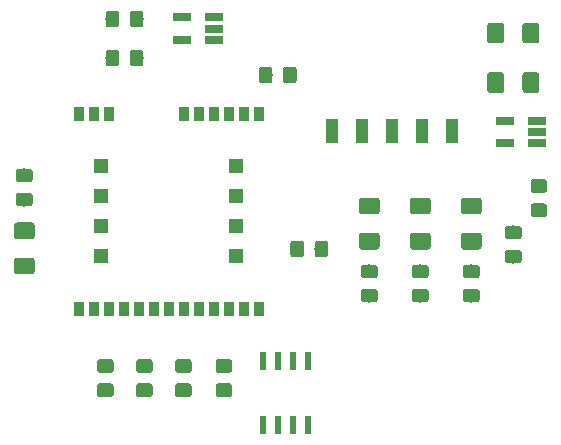
<source format=gbr>
G04 #@! TF.GenerationSoftware,KiCad,Pcbnew,(5.0.0)*
G04 #@! TF.CreationDate,2019-04-17T22:55:46-04:00*
G04 #@! TF.ProjectId,gps,6770732E6B696361645F706362000000,rev?*
G04 #@! TF.SameCoordinates,Original*
G04 #@! TF.FileFunction,Paste,Top*
G04 #@! TF.FilePolarity,Positive*
%FSLAX46Y46*%
G04 Gerber Fmt 4.6, Leading zero omitted, Abs format (unit mm)*
G04 Created by KiCad (PCBNEW (5.0.0)) date 04/17/19 22:55:46*
%MOMM*%
%LPD*%
G01*
G04 APERTURE LIST*
%ADD10R,0.600000X1.550000*%
%ADD11R,1.270000X1.270000*%
%ADD12R,0.900000X1.200000*%
%ADD13C,0.100000*%
%ADD14C,1.150000*%
%ADD15R,1.560000X0.650000*%
%ADD16C,1.425000*%
%ADD17R,1.000000X2.000000*%
G04 APERTURE END LIST*
D10*
G04 #@! TO.C,U4*
X130581400Y-99306400D03*
X129311400Y-99306400D03*
X128041400Y-99306400D03*
X126771400Y-99306400D03*
X126771400Y-104706400D03*
X128041400Y-104706400D03*
X129311400Y-104706400D03*
X130581400Y-104706400D03*
G04 #@! TD*
D11*
G04 #@! TO.C,U5*
X113054070Y-90397895D03*
X113054070Y-87857895D03*
X113054070Y-85317895D03*
X113054070Y-82777895D03*
X124484070Y-90397895D03*
X124484070Y-87857895D03*
X124484070Y-85317895D03*
X124484070Y-82777895D03*
D12*
X126389070Y-94842895D03*
X125119070Y-94842895D03*
X123849070Y-94842895D03*
X122579070Y-94842895D03*
X121309070Y-94842895D03*
X120039070Y-94842895D03*
X118769070Y-94842895D03*
X117499070Y-94842895D03*
X116229070Y-94842895D03*
X114959070Y-94842895D03*
X113689070Y-94842895D03*
X112419070Y-94842895D03*
X111149070Y-94842895D03*
X111149070Y-78332895D03*
X112419070Y-78332895D03*
X113689070Y-78332895D03*
X120039070Y-78332895D03*
X121309070Y-78332895D03*
X122579070Y-78332895D03*
X123849070Y-78332895D03*
X125119070Y-78332895D03*
X126389070Y-78332895D03*
G04 #@! TD*
D13*
G04 #@! TO.C,R8*
G36*
X132057505Y-89090204D02*
X132081773Y-89093804D01*
X132105572Y-89099765D01*
X132128671Y-89108030D01*
X132150850Y-89118520D01*
X132171893Y-89131132D01*
X132191599Y-89145747D01*
X132209777Y-89162223D01*
X132226253Y-89180401D01*
X132240868Y-89200107D01*
X132253480Y-89221150D01*
X132263970Y-89243329D01*
X132272235Y-89266428D01*
X132278196Y-89290227D01*
X132281796Y-89314495D01*
X132283000Y-89338999D01*
X132283000Y-90239001D01*
X132281796Y-90263505D01*
X132278196Y-90287773D01*
X132272235Y-90311572D01*
X132263970Y-90334671D01*
X132253480Y-90356850D01*
X132240868Y-90377893D01*
X132226253Y-90397599D01*
X132209777Y-90415777D01*
X132191599Y-90432253D01*
X132171893Y-90446868D01*
X132150850Y-90459480D01*
X132128671Y-90469970D01*
X132105572Y-90478235D01*
X132081773Y-90484196D01*
X132057505Y-90487796D01*
X132033001Y-90489000D01*
X131382999Y-90489000D01*
X131358495Y-90487796D01*
X131334227Y-90484196D01*
X131310428Y-90478235D01*
X131287329Y-90469970D01*
X131265150Y-90459480D01*
X131244107Y-90446868D01*
X131224401Y-90432253D01*
X131206223Y-90415777D01*
X131189747Y-90397599D01*
X131175132Y-90377893D01*
X131162520Y-90356850D01*
X131152030Y-90334671D01*
X131143765Y-90311572D01*
X131137804Y-90287773D01*
X131134204Y-90263505D01*
X131133000Y-90239001D01*
X131133000Y-89338999D01*
X131134204Y-89314495D01*
X131137804Y-89290227D01*
X131143765Y-89266428D01*
X131152030Y-89243329D01*
X131162520Y-89221150D01*
X131175132Y-89200107D01*
X131189747Y-89180401D01*
X131206223Y-89162223D01*
X131224401Y-89145747D01*
X131244107Y-89131132D01*
X131265150Y-89118520D01*
X131287329Y-89108030D01*
X131310428Y-89099765D01*
X131334227Y-89093804D01*
X131358495Y-89090204D01*
X131382999Y-89089000D01*
X132033001Y-89089000D01*
X132057505Y-89090204D01*
X132057505Y-89090204D01*
G37*
D14*
X131708000Y-89789000D03*
D13*
G36*
X130007505Y-89090204D02*
X130031773Y-89093804D01*
X130055572Y-89099765D01*
X130078671Y-89108030D01*
X130100850Y-89118520D01*
X130121893Y-89131132D01*
X130141599Y-89145747D01*
X130159777Y-89162223D01*
X130176253Y-89180401D01*
X130190868Y-89200107D01*
X130203480Y-89221150D01*
X130213970Y-89243329D01*
X130222235Y-89266428D01*
X130228196Y-89290227D01*
X130231796Y-89314495D01*
X130233000Y-89338999D01*
X130233000Y-90239001D01*
X130231796Y-90263505D01*
X130228196Y-90287773D01*
X130222235Y-90311572D01*
X130213970Y-90334671D01*
X130203480Y-90356850D01*
X130190868Y-90377893D01*
X130176253Y-90397599D01*
X130159777Y-90415777D01*
X130141599Y-90432253D01*
X130121893Y-90446868D01*
X130100850Y-90459480D01*
X130078671Y-90469970D01*
X130055572Y-90478235D01*
X130031773Y-90484196D01*
X130007505Y-90487796D01*
X129983001Y-90489000D01*
X129332999Y-90489000D01*
X129308495Y-90487796D01*
X129284227Y-90484196D01*
X129260428Y-90478235D01*
X129237329Y-90469970D01*
X129215150Y-90459480D01*
X129194107Y-90446868D01*
X129174401Y-90432253D01*
X129156223Y-90415777D01*
X129139747Y-90397599D01*
X129125132Y-90377893D01*
X129112520Y-90356850D01*
X129102030Y-90334671D01*
X129093765Y-90311572D01*
X129087804Y-90287773D01*
X129084204Y-90263505D01*
X129083000Y-90239001D01*
X129083000Y-89338999D01*
X129084204Y-89314495D01*
X129087804Y-89290227D01*
X129093765Y-89266428D01*
X129102030Y-89243329D01*
X129112520Y-89221150D01*
X129125132Y-89200107D01*
X129139747Y-89180401D01*
X129156223Y-89162223D01*
X129174401Y-89145747D01*
X129194107Y-89131132D01*
X129215150Y-89118520D01*
X129237329Y-89108030D01*
X129260428Y-89099765D01*
X129284227Y-89093804D01*
X129308495Y-89090204D01*
X129332999Y-89089000D01*
X129983001Y-89089000D01*
X130007505Y-89090204D01*
X130007505Y-89090204D01*
G37*
D14*
X129658000Y-89789000D03*
G04 #@! TD*
D15*
G04 #@! TO.C,U1*
X147240000Y-80833000D03*
X147240000Y-78933000D03*
X149940000Y-78933000D03*
X149940000Y-79883000D03*
X149940000Y-80833000D03*
G04 #@! TD*
D13*
G04 #@! TO.C,R13*
G36*
X123918505Y-101162204D02*
X123942773Y-101165804D01*
X123966572Y-101171765D01*
X123989671Y-101180030D01*
X124011850Y-101190520D01*
X124032893Y-101203132D01*
X124052599Y-101217747D01*
X124070777Y-101234223D01*
X124087253Y-101252401D01*
X124101868Y-101272107D01*
X124114480Y-101293150D01*
X124124970Y-101315329D01*
X124133235Y-101338428D01*
X124139196Y-101362227D01*
X124142796Y-101386495D01*
X124144000Y-101410999D01*
X124144000Y-102061001D01*
X124142796Y-102085505D01*
X124139196Y-102109773D01*
X124133235Y-102133572D01*
X124124970Y-102156671D01*
X124114480Y-102178850D01*
X124101868Y-102199893D01*
X124087253Y-102219599D01*
X124070777Y-102237777D01*
X124052599Y-102254253D01*
X124032893Y-102268868D01*
X124011850Y-102281480D01*
X123989671Y-102291970D01*
X123966572Y-102300235D01*
X123942773Y-102306196D01*
X123918505Y-102309796D01*
X123894001Y-102311000D01*
X122993999Y-102311000D01*
X122969495Y-102309796D01*
X122945227Y-102306196D01*
X122921428Y-102300235D01*
X122898329Y-102291970D01*
X122876150Y-102281480D01*
X122855107Y-102268868D01*
X122835401Y-102254253D01*
X122817223Y-102237777D01*
X122800747Y-102219599D01*
X122786132Y-102199893D01*
X122773520Y-102178850D01*
X122763030Y-102156671D01*
X122754765Y-102133572D01*
X122748804Y-102109773D01*
X122745204Y-102085505D01*
X122744000Y-102061001D01*
X122744000Y-101410999D01*
X122745204Y-101386495D01*
X122748804Y-101362227D01*
X122754765Y-101338428D01*
X122763030Y-101315329D01*
X122773520Y-101293150D01*
X122786132Y-101272107D01*
X122800747Y-101252401D01*
X122817223Y-101234223D01*
X122835401Y-101217747D01*
X122855107Y-101203132D01*
X122876150Y-101190520D01*
X122898329Y-101180030D01*
X122921428Y-101171765D01*
X122945227Y-101165804D01*
X122969495Y-101162204D01*
X122993999Y-101161000D01*
X123894001Y-101161000D01*
X123918505Y-101162204D01*
X123918505Y-101162204D01*
G37*
D14*
X123444000Y-101736000D03*
D13*
G36*
X123918505Y-99112204D02*
X123942773Y-99115804D01*
X123966572Y-99121765D01*
X123989671Y-99130030D01*
X124011850Y-99140520D01*
X124032893Y-99153132D01*
X124052599Y-99167747D01*
X124070777Y-99184223D01*
X124087253Y-99202401D01*
X124101868Y-99222107D01*
X124114480Y-99243150D01*
X124124970Y-99265329D01*
X124133235Y-99288428D01*
X124139196Y-99312227D01*
X124142796Y-99336495D01*
X124144000Y-99360999D01*
X124144000Y-100011001D01*
X124142796Y-100035505D01*
X124139196Y-100059773D01*
X124133235Y-100083572D01*
X124124970Y-100106671D01*
X124114480Y-100128850D01*
X124101868Y-100149893D01*
X124087253Y-100169599D01*
X124070777Y-100187777D01*
X124052599Y-100204253D01*
X124032893Y-100218868D01*
X124011850Y-100231480D01*
X123989671Y-100241970D01*
X123966572Y-100250235D01*
X123942773Y-100256196D01*
X123918505Y-100259796D01*
X123894001Y-100261000D01*
X122993999Y-100261000D01*
X122969495Y-100259796D01*
X122945227Y-100256196D01*
X122921428Y-100250235D01*
X122898329Y-100241970D01*
X122876150Y-100231480D01*
X122855107Y-100218868D01*
X122835401Y-100204253D01*
X122817223Y-100187777D01*
X122800747Y-100169599D01*
X122786132Y-100149893D01*
X122773520Y-100128850D01*
X122763030Y-100106671D01*
X122754765Y-100083572D01*
X122748804Y-100059773D01*
X122745204Y-100035505D01*
X122744000Y-100011001D01*
X122744000Y-99360999D01*
X122745204Y-99336495D01*
X122748804Y-99312227D01*
X122754765Y-99288428D01*
X122763030Y-99265329D01*
X122773520Y-99243150D01*
X122786132Y-99222107D01*
X122800747Y-99202401D01*
X122817223Y-99184223D01*
X122835401Y-99167747D01*
X122855107Y-99153132D01*
X122876150Y-99140520D01*
X122898329Y-99130030D01*
X122921428Y-99121765D01*
X122945227Y-99115804D01*
X122969495Y-99112204D01*
X122993999Y-99111000D01*
X123894001Y-99111000D01*
X123918505Y-99112204D01*
X123918505Y-99112204D01*
G37*
D14*
X123444000Y-99686000D03*
G04 #@! TD*
D13*
G04 #@! TO.C,F1*
G36*
X149929504Y-70627204D02*
X149953773Y-70630804D01*
X149977571Y-70636765D01*
X150000671Y-70645030D01*
X150022849Y-70655520D01*
X150043893Y-70668133D01*
X150063598Y-70682747D01*
X150081777Y-70699223D01*
X150098253Y-70717402D01*
X150112867Y-70737107D01*
X150125480Y-70758151D01*
X150135970Y-70780329D01*
X150144235Y-70803429D01*
X150150196Y-70827227D01*
X150153796Y-70851496D01*
X150155000Y-70876000D01*
X150155000Y-72126000D01*
X150153796Y-72150504D01*
X150150196Y-72174773D01*
X150144235Y-72198571D01*
X150135970Y-72221671D01*
X150125480Y-72243849D01*
X150112867Y-72264893D01*
X150098253Y-72284598D01*
X150081777Y-72302777D01*
X150063598Y-72319253D01*
X150043893Y-72333867D01*
X150022849Y-72346480D01*
X150000671Y-72356970D01*
X149977571Y-72365235D01*
X149953773Y-72371196D01*
X149929504Y-72374796D01*
X149905000Y-72376000D01*
X148980000Y-72376000D01*
X148955496Y-72374796D01*
X148931227Y-72371196D01*
X148907429Y-72365235D01*
X148884329Y-72356970D01*
X148862151Y-72346480D01*
X148841107Y-72333867D01*
X148821402Y-72319253D01*
X148803223Y-72302777D01*
X148786747Y-72284598D01*
X148772133Y-72264893D01*
X148759520Y-72243849D01*
X148749030Y-72221671D01*
X148740765Y-72198571D01*
X148734804Y-72174773D01*
X148731204Y-72150504D01*
X148730000Y-72126000D01*
X148730000Y-70876000D01*
X148731204Y-70851496D01*
X148734804Y-70827227D01*
X148740765Y-70803429D01*
X148749030Y-70780329D01*
X148759520Y-70758151D01*
X148772133Y-70737107D01*
X148786747Y-70717402D01*
X148803223Y-70699223D01*
X148821402Y-70682747D01*
X148841107Y-70668133D01*
X148862151Y-70655520D01*
X148884329Y-70645030D01*
X148907429Y-70636765D01*
X148931227Y-70630804D01*
X148955496Y-70627204D01*
X148980000Y-70626000D01*
X149905000Y-70626000D01*
X149929504Y-70627204D01*
X149929504Y-70627204D01*
G37*
D16*
X149442500Y-71501000D03*
D13*
G36*
X146954504Y-70627204D02*
X146978773Y-70630804D01*
X147002571Y-70636765D01*
X147025671Y-70645030D01*
X147047849Y-70655520D01*
X147068893Y-70668133D01*
X147088598Y-70682747D01*
X147106777Y-70699223D01*
X147123253Y-70717402D01*
X147137867Y-70737107D01*
X147150480Y-70758151D01*
X147160970Y-70780329D01*
X147169235Y-70803429D01*
X147175196Y-70827227D01*
X147178796Y-70851496D01*
X147180000Y-70876000D01*
X147180000Y-72126000D01*
X147178796Y-72150504D01*
X147175196Y-72174773D01*
X147169235Y-72198571D01*
X147160970Y-72221671D01*
X147150480Y-72243849D01*
X147137867Y-72264893D01*
X147123253Y-72284598D01*
X147106777Y-72302777D01*
X147088598Y-72319253D01*
X147068893Y-72333867D01*
X147047849Y-72346480D01*
X147025671Y-72356970D01*
X147002571Y-72365235D01*
X146978773Y-72371196D01*
X146954504Y-72374796D01*
X146930000Y-72376000D01*
X146005000Y-72376000D01*
X145980496Y-72374796D01*
X145956227Y-72371196D01*
X145932429Y-72365235D01*
X145909329Y-72356970D01*
X145887151Y-72346480D01*
X145866107Y-72333867D01*
X145846402Y-72319253D01*
X145828223Y-72302777D01*
X145811747Y-72284598D01*
X145797133Y-72264893D01*
X145784520Y-72243849D01*
X145774030Y-72221671D01*
X145765765Y-72198571D01*
X145759804Y-72174773D01*
X145756204Y-72150504D01*
X145755000Y-72126000D01*
X145755000Y-70876000D01*
X145756204Y-70851496D01*
X145759804Y-70827227D01*
X145765765Y-70803429D01*
X145774030Y-70780329D01*
X145784520Y-70758151D01*
X145797133Y-70737107D01*
X145811747Y-70717402D01*
X145828223Y-70699223D01*
X145846402Y-70682747D01*
X145866107Y-70668133D01*
X145887151Y-70655520D01*
X145909329Y-70645030D01*
X145932429Y-70636765D01*
X145956227Y-70630804D01*
X145980496Y-70627204D01*
X146005000Y-70626000D01*
X146930000Y-70626000D01*
X146954504Y-70627204D01*
X146954504Y-70627204D01*
G37*
D16*
X146467500Y-71501000D03*
G04 #@! TD*
D13*
G04 #@! TO.C,C1*
G36*
X150588505Y-83881204D02*
X150612773Y-83884804D01*
X150636572Y-83890765D01*
X150659671Y-83899030D01*
X150681850Y-83909520D01*
X150702893Y-83922132D01*
X150722599Y-83936747D01*
X150740777Y-83953223D01*
X150757253Y-83971401D01*
X150771868Y-83991107D01*
X150784480Y-84012150D01*
X150794970Y-84034329D01*
X150803235Y-84057428D01*
X150809196Y-84081227D01*
X150812796Y-84105495D01*
X150814000Y-84129999D01*
X150814000Y-84780001D01*
X150812796Y-84804505D01*
X150809196Y-84828773D01*
X150803235Y-84852572D01*
X150794970Y-84875671D01*
X150784480Y-84897850D01*
X150771868Y-84918893D01*
X150757253Y-84938599D01*
X150740777Y-84956777D01*
X150722599Y-84973253D01*
X150702893Y-84987868D01*
X150681850Y-85000480D01*
X150659671Y-85010970D01*
X150636572Y-85019235D01*
X150612773Y-85025196D01*
X150588505Y-85028796D01*
X150564001Y-85030000D01*
X149663999Y-85030000D01*
X149639495Y-85028796D01*
X149615227Y-85025196D01*
X149591428Y-85019235D01*
X149568329Y-85010970D01*
X149546150Y-85000480D01*
X149525107Y-84987868D01*
X149505401Y-84973253D01*
X149487223Y-84956777D01*
X149470747Y-84938599D01*
X149456132Y-84918893D01*
X149443520Y-84897850D01*
X149433030Y-84875671D01*
X149424765Y-84852572D01*
X149418804Y-84828773D01*
X149415204Y-84804505D01*
X149414000Y-84780001D01*
X149414000Y-84129999D01*
X149415204Y-84105495D01*
X149418804Y-84081227D01*
X149424765Y-84057428D01*
X149433030Y-84034329D01*
X149443520Y-84012150D01*
X149456132Y-83991107D01*
X149470747Y-83971401D01*
X149487223Y-83953223D01*
X149505401Y-83936747D01*
X149525107Y-83922132D01*
X149546150Y-83909520D01*
X149568329Y-83899030D01*
X149591428Y-83890765D01*
X149615227Y-83884804D01*
X149639495Y-83881204D01*
X149663999Y-83880000D01*
X150564001Y-83880000D01*
X150588505Y-83881204D01*
X150588505Y-83881204D01*
G37*
D14*
X150114000Y-84455000D03*
D13*
G36*
X150588505Y-85931204D02*
X150612773Y-85934804D01*
X150636572Y-85940765D01*
X150659671Y-85949030D01*
X150681850Y-85959520D01*
X150702893Y-85972132D01*
X150722599Y-85986747D01*
X150740777Y-86003223D01*
X150757253Y-86021401D01*
X150771868Y-86041107D01*
X150784480Y-86062150D01*
X150794970Y-86084329D01*
X150803235Y-86107428D01*
X150809196Y-86131227D01*
X150812796Y-86155495D01*
X150814000Y-86179999D01*
X150814000Y-86830001D01*
X150812796Y-86854505D01*
X150809196Y-86878773D01*
X150803235Y-86902572D01*
X150794970Y-86925671D01*
X150784480Y-86947850D01*
X150771868Y-86968893D01*
X150757253Y-86988599D01*
X150740777Y-87006777D01*
X150722599Y-87023253D01*
X150702893Y-87037868D01*
X150681850Y-87050480D01*
X150659671Y-87060970D01*
X150636572Y-87069235D01*
X150612773Y-87075196D01*
X150588505Y-87078796D01*
X150564001Y-87080000D01*
X149663999Y-87080000D01*
X149639495Y-87078796D01*
X149615227Y-87075196D01*
X149591428Y-87069235D01*
X149568329Y-87060970D01*
X149546150Y-87050480D01*
X149525107Y-87037868D01*
X149505401Y-87023253D01*
X149487223Y-87006777D01*
X149470747Y-86988599D01*
X149456132Y-86968893D01*
X149443520Y-86947850D01*
X149433030Y-86925671D01*
X149424765Y-86902572D01*
X149418804Y-86878773D01*
X149415204Y-86854505D01*
X149414000Y-86830001D01*
X149414000Y-86179999D01*
X149415204Y-86155495D01*
X149418804Y-86131227D01*
X149424765Y-86107428D01*
X149433030Y-86084329D01*
X149443520Y-86062150D01*
X149456132Y-86041107D01*
X149470747Y-86021401D01*
X149487223Y-86003223D01*
X149505401Y-85986747D01*
X149525107Y-85972132D01*
X149546150Y-85959520D01*
X149568329Y-85949030D01*
X149591428Y-85940765D01*
X149615227Y-85934804D01*
X149639495Y-85931204D01*
X149663999Y-85930000D01*
X150564001Y-85930000D01*
X150588505Y-85931204D01*
X150588505Y-85931204D01*
G37*
D14*
X150114000Y-86505000D03*
G04 #@! TD*
D13*
G04 #@! TO.C,C3*
G36*
X116411105Y-69608404D02*
X116435373Y-69612004D01*
X116459172Y-69617965D01*
X116482271Y-69626230D01*
X116504450Y-69636720D01*
X116525493Y-69649332D01*
X116545199Y-69663947D01*
X116563377Y-69680423D01*
X116579853Y-69698601D01*
X116594468Y-69718307D01*
X116607080Y-69739350D01*
X116617570Y-69761529D01*
X116625835Y-69784628D01*
X116631796Y-69808427D01*
X116635396Y-69832695D01*
X116636600Y-69857199D01*
X116636600Y-70757201D01*
X116635396Y-70781705D01*
X116631796Y-70805973D01*
X116625835Y-70829772D01*
X116617570Y-70852871D01*
X116607080Y-70875050D01*
X116594468Y-70896093D01*
X116579853Y-70915799D01*
X116563377Y-70933977D01*
X116545199Y-70950453D01*
X116525493Y-70965068D01*
X116504450Y-70977680D01*
X116482271Y-70988170D01*
X116459172Y-70996435D01*
X116435373Y-71002396D01*
X116411105Y-71005996D01*
X116386601Y-71007200D01*
X115736599Y-71007200D01*
X115712095Y-71005996D01*
X115687827Y-71002396D01*
X115664028Y-70996435D01*
X115640929Y-70988170D01*
X115618750Y-70977680D01*
X115597707Y-70965068D01*
X115578001Y-70950453D01*
X115559823Y-70933977D01*
X115543347Y-70915799D01*
X115528732Y-70896093D01*
X115516120Y-70875050D01*
X115505630Y-70852871D01*
X115497365Y-70829772D01*
X115491404Y-70805973D01*
X115487804Y-70781705D01*
X115486600Y-70757201D01*
X115486600Y-69857199D01*
X115487804Y-69832695D01*
X115491404Y-69808427D01*
X115497365Y-69784628D01*
X115505630Y-69761529D01*
X115516120Y-69739350D01*
X115528732Y-69718307D01*
X115543347Y-69698601D01*
X115559823Y-69680423D01*
X115578001Y-69663947D01*
X115597707Y-69649332D01*
X115618750Y-69636720D01*
X115640929Y-69626230D01*
X115664028Y-69617965D01*
X115687827Y-69612004D01*
X115712095Y-69608404D01*
X115736599Y-69607200D01*
X116386601Y-69607200D01*
X116411105Y-69608404D01*
X116411105Y-69608404D01*
G37*
D14*
X116061600Y-70307200D03*
D13*
G36*
X114361105Y-69608404D02*
X114385373Y-69612004D01*
X114409172Y-69617965D01*
X114432271Y-69626230D01*
X114454450Y-69636720D01*
X114475493Y-69649332D01*
X114495199Y-69663947D01*
X114513377Y-69680423D01*
X114529853Y-69698601D01*
X114544468Y-69718307D01*
X114557080Y-69739350D01*
X114567570Y-69761529D01*
X114575835Y-69784628D01*
X114581796Y-69808427D01*
X114585396Y-69832695D01*
X114586600Y-69857199D01*
X114586600Y-70757201D01*
X114585396Y-70781705D01*
X114581796Y-70805973D01*
X114575835Y-70829772D01*
X114567570Y-70852871D01*
X114557080Y-70875050D01*
X114544468Y-70896093D01*
X114529853Y-70915799D01*
X114513377Y-70933977D01*
X114495199Y-70950453D01*
X114475493Y-70965068D01*
X114454450Y-70977680D01*
X114432271Y-70988170D01*
X114409172Y-70996435D01*
X114385373Y-71002396D01*
X114361105Y-71005996D01*
X114336601Y-71007200D01*
X113686599Y-71007200D01*
X113662095Y-71005996D01*
X113637827Y-71002396D01*
X113614028Y-70996435D01*
X113590929Y-70988170D01*
X113568750Y-70977680D01*
X113547707Y-70965068D01*
X113528001Y-70950453D01*
X113509823Y-70933977D01*
X113493347Y-70915799D01*
X113478732Y-70896093D01*
X113466120Y-70875050D01*
X113455630Y-70852871D01*
X113447365Y-70829772D01*
X113441404Y-70805973D01*
X113437804Y-70781705D01*
X113436600Y-70757201D01*
X113436600Y-69857199D01*
X113437804Y-69832695D01*
X113441404Y-69808427D01*
X113447365Y-69784628D01*
X113455630Y-69761529D01*
X113466120Y-69739350D01*
X113478732Y-69718307D01*
X113493347Y-69698601D01*
X113509823Y-69680423D01*
X113528001Y-69663947D01*
X113547707Y-69649332D01*
X113568750Y-69636720D01*
X113590929Y-69626230D01*
X113614028Y-69617965D01*
X113637827Y-69612004D01*
X113662095Y-69608404D01*
X113686599Y-69607200D01*
X114336601Y-69607200D01*
X114361105Y-69608404D01*
X114361105Y-69608404D01*
G37*
D14*
X114011600Y-70307200D03*
G04 #@! TD*
D13*
G04 #@! TO.C,LED3*
G36*
X145048504Y-88406204D02*
X145072773Y-88409804D01*
X145096571Y-88415765D01*
X145119671Y-88424030D01*
X145141849Y-88434520D01*
X145162893Y-88447133D01*
X145182598Y-88461747D01*
X145200777Y-88478223D01*
X145217253Y-88496402D01*
X145231867Y-88516107D01*
X145244480Y-88537151D01*
X145254970Y-88559329D01*
X145263235Y-88582429D01*
X145269196Y-88606227D01*
X145272796Y-88630496D01*
X145274000Y-88655000D01*
X145274000Y-89580000D01*
X145272796Y-89604504D01*
X145269196Y-89628773D01*
X145263235Y-89652571D01*
X145254970Y-89675671D01*
X145244480Y-89697849D01*
X145231867Y-89718893D01*
X145217253Y-89738598D01*
X145200777Y-89756777D01*
X145182598Y-89773253D01*
X145162893Y-89787867D01*
X145141849Y-89800480D01*
X145119671Y-89810970D01*
X145096571Y-89819235D01*
X145072773Y-89825196D01*
X145048504Y-89828796D01*
X145024000Y-89830000D01*
X143774000Y-89830000D01*
X143749496Y-89828796D01*
X143725227Y-89825196D01*
X143701429Y-89819235D01*
X143678329Y-89810970D01*
X143656151Y-89800480D01*
X143635107Y-89787867D01*
X143615402Y-89773253D01*
X143597223Y-89756777D01*
X143580747Y-89738598D01*
X143566133Y-89718893D01*
X143553520Y-89697849D01*
X143543030Y-89675671D01*
X143534765Y-89652571D01*
X143528804Y-89628773D01*
X143525204Y-89604504D01*
X143524000Y-89580000D01*
X143524000Y-88655000D01*
X143525204Y-88630496D01*
X143528804Y-88606227D01*
X143534765Y-88582429D01*
X143543030Y-88559329D01*
X143553520Y-88537151D01*
X143566133Y-88516107D01*
X143580747Y-88496402D01*
X143597223Y-88478223D01*
X143615402Y-88461747D01*
X143635107Y-88447133D01*
X143656151Y-88434520D01*
X143678329Y-88424030D01*
X143701429Y-88415765D01*
X143725227Y-88409804D01*
X143749496Y-88406204D01*
X143774000Y-88405000D01*
X145024000Y-88405000D01*
X145048504Y-88406204D01*
X145048504Y-88406204D01*
G37*
D16*
X144399000Y-89117500D03*
D13*
G36*
X145048504Y-85431204D02*
X145072773Y-85434804D01*
X145096571Y-85440765D01*
X145119671Y-85449030D01*
X145141849Y-85459520D01*
X145162893Y-85472133D01*
X145182598Y-85486747D01*
X145200777Y-85503223D01*
X145217253Y-85521402D01*
X145231867Y-85541107D01*
X145244480Y-85562151D01*
X145254970Y-85584329D01*
X145263235Y-85607429D01*
X145269196Y-85631227D01*
X145272796Y-85655496D01*
X145274000Y-85680000D01*
X145274000Y-86605000D01*
X145272796Y-86629504D01*
X145269196Y-86653773D01*
X145263235Y-86677571D01*
X145254970Y-86700671D01*
X145244480Y-86722849D01*
X145231867Y-86743893D01*
X145217253Y-86763598D01*
X145200777Y-86781777D01*
X145182598Y-86798253D01*
X145162893Y-86812867D01*
X145141849Y-86825480D01*
X145119671Y-86835970D01*
X145096571Y-86844235D01*
X145072773Y-86850196D01*
X145048504Y-86853796D01*
X145024000Y-86855000D01*
X143774000Y-86855000D01*
X143749496Y-86853796D01*
X143725227Y-86850196D01*
X143701429Y-86844235D01*
X143678329Y-86835970D01*
X143656151Y-86825480D01*
X143635107Y-86812867D01*
X143615402Y-86798253D01*
X143597223Y-86781777D01*
X143580747Y-86763598D01*
X143566133Y-86743893D01*
X143553520Y-86722849D01*
X143543030Y-86700671D01*
X143534765Y-86677571D01*
X143528804Y-86653773D01*
X143525204Y-86629504D01*
X143524000Y-86605000D01*
X143524000Y-85680000D01*
X143525204Y-85655496D01*
X143528804Y-85631227D01*
X143534765Y-85607429D01*
X143543030Y-85584329D01*
X143553520Y-85562151D01*
X143566133Y-85541107D01*
X143580747Y-85521402D01*
X143597223Y-85503223D01*
X143615402Y-85486747D01*
X143635107Y-85472133D01*
X143656151Y-85459520D01*
X143678329Y-85449030D01*
X143701429Y-85440765D01*
X143725227Y-85434804D01*
X143749496Y-85431204D01*
X143774000Y-85430000D01*
X145024000Y-85430000D01*
X145048504Y-85431204D01*
X145048504Y-85431204D01*
G37*
D16*
X144399000Y-86142500D03*
G04 #@! TD*
D13*
G04 #@! TO.C,LED2*
G36*
X140730504Y-85431204D02*
X140754773Y-85434804D01*
X140778571Y-85440765D01*
X140801671Y-85449030D01*
X140823849Y-85459520D01*
X140844893Y-85472133D01*
X140864598Y-85486747D01*
X140882777Y-85503223D01*
X140899253Y-85521402D01*
X140913867Y-85541107D01*
X140926480Y-85562151D01*
X140936970Y-85584329D01*
X140945235Y-85607429D01*
X140951196Y-85631227D01*
X140954796Y-85655496D01*
X140956000Y-85680000D01*
X140956000Y-86605000D01*
X140954796Y-86629504D01*
X140951196Y-86653773D01*
X140945235Y-86677571D01*
X140936970Y-86700671D01*
X140926480Y-86722849D01*
X140913867Y-86743893D01*
X140899253Y-86763598D01*
X140882777Y-86781777D01*
X140864598Y-86798253D01*
X140844893Y-86812867D01*
X140823849Y-86825480D01*
X140801671Y-86835970D01*
X140778571Y-86844235D01*
X140754773Y-86850196D01*
X140730504Y-86853796D01*
X140706000Y-86855000D01*
X139456000Y-86855000D01*
X139431496Y-86853796D01*
X139407227Y-86850196D01*
X139383429Y-86844235D01*
X139360329Y-86835970D01*
X139338151Y-86825480D01*
X139317107Y-86812867D01*
X139297402Y-86798253D01*
X139279223Y-86781777D01*
X139262747Y-86763598D01*
X139248133Y-86743893D01*
X139235520Y-86722849D01*
X139225030Y-86700671D01*
X139216765Y-86677571D01*
X139210804Y-86653773D01*
X139207204Y-86629504D01*
X139206000Y-86605000D01*
X139206000Y-85680000D01*
X139207204Y-85655496D01*
X139210804Y-85631227D01*
X139216765Y-85607429D01*
X139225030Y-85584329D01*
X139235520Y-85562151D01*
X139248133Y-85541107D01*
X139262747Y-85521402D01*
X139279223Y-85503223D01*
X139297402Y-85486747D01*
X139317107Y-85472133D01*
X139338151Y-85459520D01*
X139360329Y-85449030D01*
X139383429Y-85440765D01*
X139407227Y-85434804D01*
X139431496Y-85431204D01*
X139456000Y-85430000D01*
X140706000Y-85430000D01*
X140730504Y-85431204D01*
X140730504Y-85431204D01*
G37*
D16*
X140081000Y-86142500D03*
D13*
G36*
X140730504Y-88406204D02*
X140754773Y-88409804D01*
X140778571Y-88415765D01*
X140801671Y-88424030D01*
X140823849Y-88434520D01*
X140844893Y-88447133D01*
X140864598Y-88461747D01*
X140882777Y-88478223D01*
X140899253Y-88496402D01*
X140913867Y-88516107D01*
X140926480Y-88537151D01*
X140936970Y-88559329D01*
X140945235Y-88582429D01*
X140951196Y-88606227D01*
X140954796Y-88630496D01*
X140956000Y-88655000D01*
X140956000Y-89580000D01*
X140954796Y-89604504D01*
X140951196Y-89628773D01*
X140945235Y-89652571D01*
X140936970Y-89675671D01*
X140926480Y-89697849D01*
X140913867Y-89718893D01*
X140899253Y-89738598D01*
X140882777Y-89756777D01*
X140864598Y-89773253D01*
X140844893Y-89787867D01*
X140823849Y-89800480D01*
X140801671Y-89810970D01*
X140778571Y-89819235D01*
X140754773Y-89825196D01*
X140730504Y-89828796D01*
X140706000Y-89830000D01*
X139456000Y-89830000D01*
X139431496Y-89828796D01*
X139407227Y-89825196D01*
X139383429Y-89819235D01*
X139360329Y-89810970D01*
X139338151Y-89800480D01*
X139317107Y-89787867D01*
X139297402Y-89773253D01*
X139279223Y-89756777D01*
X139262747Y-89738598D01*
X139248133Y-89718893D01*
X139235520Y-89697849D01*
X139225030Y-89675671D01*
X139216765Y-89652571D01*
X139210804Y-89628773D01*
X139207204Y-89604504D01*
X139206000Y-89580000D01*
X139206000Y-88655000D01*
X139207204Y-88630496D01*
X139210804Y-88606227D01*
X139216765Y-88582429D01*
X139225030Y-88559329D01*
X139235520Y-88537151D01*
X139248133Y-88516107D01*
X139262747Y-88496402D01*
X139279223Y-88478223D01*
X139297402Y-88461747D01*
X139317107Y-88447133D01*
X139338151Y-88434520D01*
X139360329Y-88424030D01*
X139383429Y-88415765D01*
X139407227Y-88409804D01*
X139431496Y-88406204D01*
X139456000Y-88405000D01*
X140706000Y-88405000D01*
X140730504Y-88406204D01*
X140730504Y-88406204D01*
G37*
D16*
X140081000Y-89117500D03*
G04 #@! TD*
D13*
G04 #@! TO.C,LED1*
G36*
X136412504Y-88406204D02*
X136436773Y-88409804D01*
X136460571Y-88415765D01*
X136483671Y-88424030D01*
X136505849Y-88434520D01*
X136526893Y-88447133D01*
X136546598Y-88461747D01*
X136564777Y-88478223D01*
X136581253Y-88496402D01*
X136595867Y-88516107D01*
X136608480Y-88537151D01*
X136618970Y-88559329D01*
X136627235Y-88582429D01*
X136633196Y-88606227D01*
X136636796Y-88630496D01*
X136638000Y-88655000D01*
X136638000Y-89580000D01*
X136636796Y-89604504D01*
X136633196Y-89628773D01*
X136627235Y-89652571D01*
X136618970Y-89675671D01*
X136608480Y-89697849D01*
X136595867Y-89718893D01*
X136581253Y-89738598D01*
X136564777Y-89756777D01*
X136546598Y-89773253D01*
X136526893Y-89787867D01*
X136505849Y-89800480D01*
X136483671Y-89810970D01*
X136460571Y-89819235D01*
X136436773Y-89825196D01*
X136412504Y-89828796D01*
X136388000Y-89830000D01*
X135138000Y-89830000D01*
X135113496Y-89828796D01*
X135089227Y-89825196D01*
X135065429Y-89819235D01*
X135042329Y-89810970D01*
X135020151Y-89800480D01*
X134999107Y-89787867D01*
X134979402Y-89773253D01*
X134961223Y-89756777D01*
X134944747Y-89738598D01*
X134930133Y-89718893D01*
X134917520Y-89697849D01*
X134907030Y-89675671D01*
X134898765Y-89652571D01*
X134892804Y-89628773D01*
X134889204Y-89604504D01*
X134888000Y-89580000D01*
X134888000Y-88655000D01*
X134889204Y-88630496D01*
X134892804Y-88606227D01*
X134898765Y-88582429D01*
X134907030Y-88559329D01*
X134917520Y-88537151D01*
X134930133Y-88516107D01*
X134944747Y-88496402D01*
X134961223Y-88478223D01*
X134979402Y-88461747D01*
X134999107Y-88447133D01*
X135020151Y-88434520D01*
X135042329Y-88424030D01*
X135065429Y-88415765D01*
X135089227Y-88409804D01*
X135113496Y-88406204D01*
X135138000Y-88405000D01*
X136388000Y-88405000D01*
X136412504Y-88406204D01*
X136412504Y-88406204D01*
G37*
D16*
X135763000Y-89117500D03*
D13*
G36*
X136412504Y-85431204D02*
X136436773Y-85434804D01*
X136460571Y-85440765D01*
X136483671Y-85449030D01*
X136505849Y-85459520D01*
X136526893Y-85472133D01*
X136546598Y-85486747D01*
X136564777Y-85503223D01*
X136581253Y-85521402D01*
X136595867Y-85541107D01*
X136608480Y-85562151D01*
X136618970Y-85584329D01*
X136627235Y-85607429D01*
X136633196Y-85631227D01*
X136636796Y-85655496D01*
X136638000Y-85680000D01*
X136638000Y-86605000D01*
X136636796Y-86629504D01*
X136633196Y-86653773D01*
X136627235Y-86677571D01*
X136618970Y-86700671D01*
X136608480Y-86722849D01*
X136595867Y-86743893D01*
X136581253Y-86763598D01*
X136564777Y-86781777D01*
X136546598Y-86798253D01*
X136526893Y-86812867D01*
X136505849Y-86825480D01*
X136483671Y-86835970D01*
X136460571Y-86844235D01*
X136436773Y-86850196D01*
X136412504Y-86853796D01*
X136388000Y-86855000D01*
X135138000Y-86855000D01*
X135113496Y-86853796D01*
X135089227Y-86850196D01*
X135065429Y-86844235D01*
X135042329Y-86835970D01*
X135020151Y-86825480D01*
X134999107Y-86812867D01*
X134979402Y-86798253D01*
X134961223Y-86781777D01*
X134944747Y-86763598D01*
X134930133Y-86743893D01*
X134917520Y-86722849D01*
X134907030Y-86700671D01*
X134898765Y-86677571D01*
X134892804Y-86653773D01*
X134889204Y-86629504D01*
X134888000Y-86605000D01*
X134888000Y-85680000D01*
X134889204Y-85655496D01*
X134892804Y-85631227D01*
X134898765Y-85607429D01*
X134907030Y-85584329D01*
X134917520Y-85562151D01*
X134930133Y-85541107D01*
X134944747Y-85521402D01*
X134961223Y-85503223D01*
X134979402Y-85486747D01*
X134999107Y-85472133D01*
X135020151Y-85459520D01*
X135042329Y-85449030D01*
X135065429Y-85440765D01*
X135089227Y-85434804D01*
X135113496Y-85431204D01*
X135138000Y-85430000D01*
X136388000Y-85430000D01*
X136412504Y-85431204D01*
X136412504Y-85431204D01*
G37*
D16*
X135763000Y-86142500D03*
G04 #@! TD*
D13*
G04 #@! TO.C,LED4*
G36*
X107202504Y-90514404D02*
X107226773Y-90518004D01*
X107250571Y-90523965D01*
X107273671Y-90532230D01*
X107295849Y-90542720D01*
X107316893Y-90555333D01*
X107336598Y-90569947D01*
X107354777Y-90586423D01*
X107371253Y-90604602D01*
X107385867Y-90624307D01*
X107398480Y-90645351D01*
X107408970Y-90667529D01*
X107417235Y-90690629D01*
X107423196Y-90714427D01*
X107426796Y-90738696D01*
X107428000Y-90763200D01*
X107428000Y-91688200D01*
X107426796Y-91712704D01*
X107423196Y-91736973D01*
X107417235Y-91760771D01*
X107408970Y-91783871D01*
X107398480Y-91806049D01*
X107385867Y-91827093D01*
X107371253Y-91846798D01*
X107354777Y-91864977D01*
X107336598Y-91881453D01*
X107316893Y-91896067D01*
X107295849Y-91908680D01*
X107273671Y-91919170D01*
X107250571Y-91927435D01*
X107226773Y-91933396D01*
X107202504Y-91936996D01*
X107178000Y-91938200D01*
X105928000Y-91938200D01*
X105903496Y-91936996D01*
X105879227Y-91933396D01*
X105855429Y-91927435D01*
X105832329Y-91919170D01*
X105810151Y-91908680D01*
X105789107Y-91896067D01*
X105769402Y-91881453D01*
X105751223Y-91864977D01*
X105734747Y-91846798D01*
X105720133Y-91827093D01*
X105707520Y-91806049D01*
X105697030Y-91783871D01*
X105688765Y-91760771D01*
X105682804Y-91736973D01*
X105679204Y-91712704D01*
X105678000Y-91688200D01*
X105678000Y-90763200D01*
X105679204Y-90738696D01*
X105682804Y-90714427D01*
X105688765Y-90690629D01*
X105697030Y-90667529D01*
X105707520Y-90645351D01*
X105720133Y-90624307D01*
X105734747Y-90604602D01*
X105751223Y-90586423D01*
X105769402Y-90569947D01*
X105789107Y-90555333D01*
X105810151Y-90542720D01*
X105832329Y-90532230D01*
X105855429Y-90523965D01*
X105879227Y-90518004D01*
X105903496Y-90514404D01*
X105928000Y-90513200D01*
X107178000Y-90513200D01*
X107202504Y-90514404D01*
X107202504Y-90514404D01*
G37*
D16*
X106553000Y-91225700D03*
D13*
G36*
X107202504Y-87539404D02*
X107226773Y-87543004D01*
X107250571Y-87548965D01*
X107273671Y-87557230D01*
X107295849Y-87567720D01*
X107316893Y-87580333D01*
X107336598Y-87594947D01*
X107354777Y-87611423D01*
X107371253Y-87629602D01*
X107385867Y-87649307D01*
X107398480Y-87670351D01*
X107408970Y-87692529D01*
X107417235Y-87715629D01*
X107423196Y-87739427D01*
X107426796Y-87763696D01*
X107428000Y-87788200D01*
X107428000Y-88713200D01*
X107426796Y-88737704D01*
X107423196Y-88761973D01*
X107417235Y-88785771D01*
X107408970Y-88808871D01*
X107398480Y-88831049D01*
X107385867Y-88852093D01*
X107371253Y-88871798D01*
X107354777Y-88889977D01*
X107336598Y-88906453D01*
X107316893Y-88921067D01*
X107295849Y-88933680D01*
X107273671Y-88944170D01*
X107250571Y-88952435D01*
X107226773Y-88958396D01*
X107202504Y-88961996D01*
X107178000Y-88963200D01*
X105928000Y-88963200D01*
X105903496Y-88961996D01*
X105879227Y-88958396D01*
X105855429Y-88952435D01*
X105832329Y-88944170D01*
X105810151Y-88933680D01*
X105789107Y-88921067D01*
X105769402Y-88906453D01*
X105751223Y-88889977D01*
X105734747Y-88871798D01*
X105720133Y-88852093D01*
X105707520Y-88831049D01*
X105697030Y-88808871D01*
X105688765Y-88785771D01*
X105682804Y-88761973D01*
X105679204Y-88737704D01*
X105678000Y-88713200D01*
X105678000Y-87788200D01*
X105679204Y-87763696D01*
X105682804Y-87739427D01*
X105688765Y-87715629D01*
X105697030Y-87692529D01*
X105707520Y-87670351D01*
X105720133Y-87649307D01*
X105734747Y-87629602D01*
X105751223Y-87611423D01*
X105769402Y-87594947D01*
X105789107Y-87580333D01*
X105810151Y-87567720D01*
X105832329Y-87557230D01*
X105855429Y-87548965D01*
X105879227Y-87543004D01*
X105903496Y-87539404D01*
X105928000Y-87538200D01*
X107178000Y-87538200D01*
X107202504Y-87539404D01*
X107202504Y-87539404D01*
G37*
D16*
X106553000Y-88250700D03*
G04 #@! TD*
D15*
G04 #@! TO.C,U2*
X119935000Y-72070000D03*
X119935000Y-70170000D03*
X122635000Y-70170000D03*
X122635000Y-71120000D03*
X122635000Y-72070000D03*
G04 #@! TD*
D13*
G04 #@! TO.C,R14*
G36*
X107027505Y-85033204D02*
X107051773Y-85036804D01*
X107075572Y-85042765D01*
X107098671Y-85051030D01*
X107120850Y-85061520D01*
X107141893Y-85074132D01*
X107161599Y-85088747D01*
X107179777Y-85105223D01*
X107196253Y-85123401D01*
X107210868Y-85143107D01*
X107223480Y-85164150D01*
X107233970Y-85186329D01*
X107242235Y-85209428D01*
X107248196Y-85233227D01*
X107251796Y-85257495D01*
X107253000Y-85281999D01*
X107253000Y-85932001D01*
X107251796Y-85956505D01*
X107248196Y-85980773D01*
X107242235Y-86004572D01*
X107233970Y-86027671D01*
X107223480Y-86049850D01*
X107210868Y-86070893D01*
X107196253Y-86090599D01*
X107179777Y-86108777D01*
X107161599Y-86125253D01*
X107141893Y-86139868D01*
X107120850Y-86152480D01*
X107098671Y-86162970D01*
X107075572Y-86171235D01*
X107051773Y-86177196D01*
X107027505Y-86180796D01*
X107003001Y-86182000D01*
X106102999Y-86182000D01*
X106078495Y-86180796D01*
X106054227Y-86177196D01*
X106030428Y-86171235D01*
X106007329Y-86162970D01*
X105985150Y-86152480D01*
X105964107Y-86139868D01*
X105944401Y-86125253D01*
X105926223Y-86108777D01*
X105909747Y-86090599D01*
X105895132Y-86070893D01*
X105882520Y-86049850D01*
X105872030Y-86027671D01*
X105863765Y-86004572D01*
X105857804Y-85980773D01*
X105854204Y-85956505D01*
X105853000Y-85932001D01*
X105853000Y-85281999D01*
X105854204Y-85257495D01*
X105857804Y-85233227D01*
X105863765Y-85209428D01*
X105872030Y-85186329D01*
X105882520Y-85164150D01*
X105895132Y-85143107D01*
X105909747Y-85123401D01*
X105926223Y-85105223D01*
X105944401Y-85088747D01*
X105964107Y-85074132D01*
X105985150Y-85061520D01*
X106007329Y-85051030D01*
X106030428Y-85042765D01*
X106054227Y-85036804D01*
X106078495Y-85033204D01*
X106102999Y-85032000D01*
X107003001Y-85032000D01*
X107027505Y-85033204D01*
X107027505Y-85033204D01*
G37*
D14*
X106553000Y-85607000D03*
D13*
G36*
X107027505Y-82983204D02*
X107051773Y-82986804D01*
X107075572Y-82992765D01*
X107098671Y-83001030D01*
X107120850Y-83011520D01*
X107141893Y-83024132D01*
X107161599Y-83038747D01*
X107179777Y-83055223D01*
X107196253Y-83073401D01*
X107210868Y-83093107D01*
X107223480Y-83114150D01*
X107233970Y-83136329D01*
X107242235Y-83159428D01*
X107248196Y-83183227D01*
X107251796Y-83207495D01*
X107253000Y-83231999D01*
X107253000Y-83882001D01*
X107251796Y-83906505D01*
X107248196Y-83930773D01*
X107242235Y-83954572D01*
X107233970Y-83977671D01*
X107223480Y-83999850D01*
X107210868Y-84020893D01*
X107196253Y-84040599D01*
X107179777Y-84058777D01*
X107161599Y-84075253D01*
X107141893Y-84089868D01*
X107120850Y-84102480D01*
X107098671Y-84112970D01*
X107075572Y-84121235D01*
X107051773Y-84127196D01*
X107027505Y-84130796D01*
X107003001Y-84132000D01*
X106102999Y-84132000D01*
X106078495Y-84130796D01*
X106054227Y-84127196D01*
X106030428Y-84121235D01*
X106007329Y-84112970D01*
X105985150Y-84102480D01*
X105964107Y-84089868D01*
X105944401Y-84075253D01*
X105926223Y-84058777D01*
X105909747Y-84040599D01*
X105895132Y-84020893D01*
X105882520Y-83999850D01*
X105872030Y-83977671D01*
X105863765Y-83954572D01*
X105857804Y-83930773D01*
X105854204Y-83906505D01*
X105853000Y-83882001D01*
X105853000Y-83231999D01*
X105854204Y-83207495D01*
X105857804Y-83183227D01*
X105863765Y-83159428D01*
X105872030Y-83136329D01*
X105882520Y-83114150D01*
X105895132Y-83093107D01*
X105909747Y-83073401D01*
X105926223Y-83055223D01*
X105944401Y-83038747D01*
X105964107Y-83024132D01*
X105985150Y-83011520D01*
X106007329Y-83001030D01*
X106030428Y-82992765D01*
X106054227Y-82986804D01*
X106078495Y-82983204D01*
X106102999Y-82982000D01*
X107003001Y-82982000D01*
X107027505Y-82983204D01*
X107027505Y-82983204D01*
G37*
D14*
X106553000Y-83557000D03*
G04 #@! TD*
D13*
G04 #@! TO.C,R4*
G36*
X140555505Y-93161204D02*
X140579773Y-93164804D01*
X140603572Y-93170765D01*
X140626671Y-93179030D01*
X140648850Y-93189520D01*
X140669893Y-93202132D01*
X140689599Y-93216747D01*
X140707777Y-93233223D01*
X140724253Y-93251401D01*
X140738868Y-93271107D01*
X140751480Y-93292150D01*
X140761970Y-93314329D01*
X140770235Y-93337428D01*
X140776196Y-93361227D01*
X140779796Y-93385495D01*
X140781000Y-93409999D01*
X140781000Y-94060001D01*
X140779796Y-94084505D01*
X140776196Y-94108773D01*
X140770235Y-94132572D01*
X140761970Y-94155671D01*
X140751480Y-94177850D01*
X140738868Y-94198893D01*
X140724253Y-94218599D01*
X140707777Y-94236777D01*
X140689599Y-94253253D01*
X140669893Y-94267868D01*
X140648850Y-94280480D01*
X140626671Y-94290970D01*
X140603572Y-94299235D01*
X140579773Y-94305196D01*
X140555505Y-94308796D01*
X140531001Y-94310000D01*
X139630999Y-94310000D01*
X139606495Y-94308796D01*
X139582227Y-94305196D01*
X139558428Y-94299235D01*
X139535329Y-94290970D01*
X139513150Y-94280480D01*
X139492107Y-94267868D01*
X139472401Y-94253253D01*
X139454223Y-94236777D01*
X139437747Y-94218599D01*
X139423132Y-94198893D01*
X139410520Y-94177850D01*
X139400030Y-94155671D01*
X139391765Y-94132572D01*
X139385804Y-94108773D01*
X139382204Y-94084505D01*
X139381000Y-94060001D01*
X139381000Y-93409999D01*
X139382204Y-93385495D01*
X139385804Y-93361227D01*
X139391765Y-93337428D01*
X139400030Y-93314329D01*
X139410520Y-93292150D01*
X139423132Y-93271107D01*
X139437747Y-93251401D01*
X139454223Y-93233223D01*
X139472401Y-93216747D01*
X139492107Y-93202132D01*
X139513150Y-93189520D01*
X139535329Y-93179030D01*
X139558428Y-93170765D01*
X139582227Y-93164804D01*
X139606495Y-93161204D01*
X139630999Y-93160000D01*
X140531001Y-93160000D01*
X140555505Y-93161204D01*
X140555505Y-93161204D01*
G37*
D14*
X140081000Y-93735000D03*
D13*
G36*
X140555505Y-91111204D02*
X140579773Y-91114804D01*
X140603572Y-91120765D01*
X140626671Y-91129030D01*
X140648850Y-91139520D01*
X140669893Y-91152132D01*
X140689599Y-91166747D01*
X140707777Y-91183223D01*
X140724253Y-91201401D01*
X140738868Y-91221107D01*
X140751480Y-91242150D01*
X140761970Y-91264329D01*
X140770235Y-91287428D01*
X140776196Y-91311227D01*
X140779796Y-91335495D01*
X140781000Y-91359999D01*
X140781000Y-92010001D01*
X140779796Y-92034505D01*
X140776196Y-92058773D01*
X140770235Y-92082572D01*
X140761970Y-92105671D01*
X140751480Y-92127850D01*
X140738868Y-92148893D01*
X140724253Y-92168599D01*
X140707777Y-92186777D01*
X140689599Y-92203253D01*
X140669893Y-92217868D01*
X140648850Y-92230480D01*
X140626671Y-92240970D01*
X140603572Y-92249235D01*
X140579773Y-92255196D01*
X140555505Y-92258796D01*
X140531001Y-92260000D01*
X139630999Y-92260000D01*
X139606495Y-92258796D01*
X139582227Y-92255196D01*
X139558428Y-92249235D01*
X139535329Y-92240970D01*
X139513150Y-92230480D01*
X139492107Y-92217868D01*
X139472401Y-92203253D01*
X139454223Y-92186777D01*
X139437747Y-92168599D01*
X139423132Y-92148893D01*
X139410520Y-92127850D01*
X139400030Y-92105671D01*
X139391765Y-92082572D01*
X139385804Y-92058773D01*
X139382204Y-92034505D01*
X139381000Y-92010001D01*
X139381000Y-91359999D01*
X139382204Y-91335495D01*
X139385804Y-91311227D01*
X139391765Y-91287428D01*
X139400030Y-91264329D01*
X139410520Y-91242150D01*
X139423132Y-91221107D01*
X139437747Y-91201401D01*
X139454223Y-91183223D01*
X139472401Y-91166747D01*
X139492107Y-91152132D01*
X139513150Y-91139520D01*
X139535329Y-91129030D01*
X139558428Y-91120765D01*
X139582227Y-91114804D01*
X139606495Y-91111204D01*
X139630999Y-91110000D01*
X140531001Y-91110000D01*
X140555505Y-91111204D01*
X140555505Y-91111204D01*
G37*
D14*
X140081000Y-91685000D03*
G04 #@! TD*
D13*
G04 #@! TO.C,R10*
G36*
X113885505Y-99112204D02*
X113909773Y-99115804D01*
X113933572Y-99121765D01*
X113956671Y-99130030D01*
X113978850Y-99140520D01*
X113999893Y-99153132D01*
X114019599Y-99167747D01*
X114037777Y-99184223D01*
X114054253Y-99202401D01*
X114068868Y-99222107D01*
X114081480Y-99243150D01*
X114091970Y-99265329D01*
X114100235Y-99288428D01*
X114106196Y-99312227D01*
X114109796Y-99336495D01*
X114111000Y-99360999D01*
X114111000Y-100011001D01*
X114109796Y-100035505D01*
X114106196Y-100059773D01*
X114100235Y-100083572D01*
X114091970Y-100106671D01*
X114081480Y-100128850D01*
X114068868Y-100149893D01*
X114054253Y-100169599D01*
X114037777Y-100187777D01*
X114019599Y-100204253D01*
X113999893Y-100218868D01*
X113978850Y-100231480D01*
X113956671Y-100241970D01*
X113933572Y-100250235D01*
X113909773Y-100256196D01*
X113885505Y-100259796D01*
X113861001Y-100261000D01*
X112960999Y-100261000D01*
X112936495Y-100259796D01*
X112912227Y-100256196D01*
X112888428Y-100250235D01*
X112865329Y-100241970D01*
X112843150Y-100231480D01*
X112822107Y-100218868D01*
X112802401Y-100204253D01*
X112784223Y-100187777D01*
X112767747Y-100169599D01*
X112753132Y-100149893D01*
X112740520Y-100128850D01*
X112730030Y-100106671D01*
X112721765Y-100083572D01*
X112715804Y-100059773D01*
X112712204Y-100035505D01*
X112711000Y-100011001D01*
X112711000Y-99360999D01*
X112712204Y-99336495D01*
X112715804Y-99312227D01*
X112721765Y-99288428D01*
X112730030Y-99265329D01*
X112740520Y-99243150D01*
X112753132Y-99222107D01*
X112767747Y-99202401D01*
X112784223Y-99184223D01*
X112802401Y-99167747D01*
X112822107Y-99153132D01*
X112843150Y-99140520D01*
X112865329Y-99130030D01*
X112888428Y-99121765D01*
X112912227Y-99115804D01*
X112936495Y-99112204D01*
X112960999Y-99111000D01*
X113861001Y-99111000D01*
X113885505Y-99112204D01*
X113885505Y-99112204D01*
G37*
D14*
X113411000Y-99686000D03*
D13*
G36*
X113885505Y-101162204D02*
X113909773Y-101165804D01*
X113933572Y-101171765D01*
X113956671Y-101180030D01*
X113978850Y-101190520D01*
X113999893Y-101203132D01*
X114019599Y-101217747D01*
X114037777Y-101234223D01*
X114054253Y-101252401D01*
X114068868Y-101272107D01*
X114081480Y-101293150D01*
X114091970Y-101315329D01*
X114100235Y-101338428D01*
X114106196Y-101362227D01*
X114109796Y-101386495D01*
X114111000Y-101410999D01*
X114111000Y-102061001D01*
X114109796Y-102085505D01*
X114106196Y-102109773D01*
X114100235Y-102133572D01*
X114091970Y-102156671D01*
X114081480Y-102178850D01*
X114068868Y-102199893D01*
X114054253Y-102219599D01*
X114037777Y-102237777D01*
X114019599Y-102254253D01*
X113999893Y-102268868D01*
X113978850Y-102281480D01*
X113956671Y-102291970D01*
X113933572Y-102300235D01*
X113909773Y-102306196D01*
X113885505Y-102309796D01*
X113861001Y-102311000D01*
X112960999Y-102311000D01*
X112936495Y-102309796D01*
X112912227Y-102306196D01*
X112888428Y-102300235D01*
X112865329Y-102291970D01*
X112843150Y-102281480D01*
X112822107Y-102268868D01*
X112802401Y-102254253D01*
X112784223Y-102237777D01*
X112767747Y-102219599D01*
X112753132Y-102199893D01*
X112740520Y-102178850D01*
X112730030Y-102156671D01*
X112721765Y-102133572D01*
X112715804Y-102109773D01*
X112712204Y-102085505D01*
X112711000Y-102061001D01*
X112711000Y-101410999D01*
X112712204Y-101386495D01*
X112715804Y-101362227D01*
X112721765Y-101338428D01*
X112730030Y-101315329D01*
X112740520Y-101293150D01*
X112753132Y-101272107D01*
X112767747Y-101252401D01*
X112784223Y-101234223D01*
X112802401Y-101217747D01*
X112822107Y-101203132D01*
X112843150Y-101190520D01*
X112865329Y-101180030D01*
X112888428Y-101171765D01*
X112912227Y-101165804D01*
X112936495Y-101162204D01*
X112960999Y-101161000D01*
X113861001Y-101161000D01*
X113885505Y-101162204D01*
X113885505Y-101162204D01*
G37*
D14*
X113411000Y-101736000D03*
G04 #@! TD*
D13*
G04 #@! TO.C,R11*
G36*
X117187505Y-99112204D02*
X117211773Y-99115804D01*
X117235572Y-99121765D01*
X117258671Y-99130030D01*
X117280850Y-99140520D01*
X117301893Y-99153132D01*
X117321599Y-99167747D01*
X117339777Y-99184223D01*
X117356253Y-99202401D01*
X117370868Y-99222107D01*
X117383480Y-99243150D01*
X117393970Y-99265329D01*
X117402235Y-99288428D01*
X117408196Y-99312227D01*
X117411796Y-99336495D01*
X117413000Y-99360999D01*
X117413000Y-100011001D01*
X117411796Y-100035505D01*
X117408196Y-100059773D01*
X117402235Y-100083572D01*
X117393970Y-100106671D01*
X117383480Y-100128850D01*
X117370868Y-100149893D01*
X117356253Y-100169599D01*
X117339777Y-100187777D01*
X117321599Y-100204253D01*
X117301893Y-100218868D01*
X117280850Y-100231480D01*
X117258671Y-100241970D01*
X117235572Y-100250235D01*
X117211773Y-100256196D01*
X117187505Y-100259796D01*
X117163001Y-100261000D01*
X116262999Y-100261000D01*
X116238495Y-100259796D01*
X116214227Y-100256196D01*
X116190428Y-100250235D01*
X116167329Y-100241970D01*
X116145150Y-100231480D01*
X116124107Y-100218868D01*
X116104401Y-100204253D01*
X116086223Y-100187777D01*
X116069747Y-100169599D01*
X116055132Y-100149893D01*
X116042520Y-100128850D01*
X116032030Y-100106671D01*
X116023765Y-100083572D01*
X116017804Y-100059773D01*
X116014204Y-100035505D01*
X116013000Y-100011001D01*
X116013000Y-99360999D01*
X116014204Y-99336495D01*
X116017804Y-99312227D01*
X116023765Y-99288428D01*
X116032030Y-99265329D01*
X116042520Y-99243150D01*
X116055132Y-99222107D01*
X116069747Y-99202401D01*
X116086223Y-99184223D01*
X116104401Y-99167747D01*
X116124107Y-99153132D01*
X116145150Y-99140520D01*
X116167329Y-99130030D01*
X116190428Y-99121765D01*
X116214227Y-99115804D01*
X116238495Y-99112204D01*
X116262999Y-99111000D01*
X117163001Y-99111000D01*
X117187505Y-99112204D01*
X117187505Y-99112204D01*
G37*
D14*
X116713000Y-99686000D03*
D13*
G36*
X117187505Y-101162204D02*
X117211773Y-101165804D01*
X117235572Y-101171765D01*
X117258671Y-101180030D01*
X117280850Y-101190520D01*
X117301893Y-101203132D01*
X117321599Y-101217747D01*
X117339777Y-101234223D01*
X117356253Y-101252401D01*
X117370868Y-101272107D01*
X117383480Y-101293150D01*
X117393970Y-101315329D01*
X117402235Y-101338428D01*
X117408196Y-101362227D01*
X117411796Y-101386495D01*
X117413000Y-101410999D01*
X117413000Y-102061001D01*
X117411796Y-102085505D01*
X117408196Y-102109773D01*
X117402235Y-102133572D01*
X117393970Y-102156671D01*
X117383480Y-102178850D01*
X117370868Y-102199893D01*
X117356253Y-102219599D01*
X117339777Y-102237777D01*
X117321599Y-102254253D01*
X117301893Y-102268868D01*
X117280850Y-102281480D01*
X117258671Y-102291970D01*
X117235572Y-102300235D01*
X117211773Y-102306196D01*
X117187505Y-102309796D01*
X117163001Y-102311000D01*
X116262999Y-102311000D01*
X116238495Y-102309796D01*
X116214227Y-102306196D01*
X116190428Y-102300235D01*
X116167329Y-102291970D01*
X116145150Y-102281480D01*
X116124107Y-102268868D01*
X116104401Y-102254253D01*
X116086223Y-102237777D01*
X116069747Y-102219599D01*
X116055132Y-102199893D01*
X116042520Y-102178850D01*
X116032030Y-102156671D01*
X116023765Y-102133572D01*
X116017804Y-102109773D01*
X116014204Y-102085505D01*
X116013000Y-102061001D01*
X116013000Y-101410999D01*
X116014204Y-101386495D01*
X116017804Y-101362227D01*
X116023765Y-101338428D01*
X116032030Y-101315329D01*
X116042520Y-101293150D01*
X116055132Y-101272107D01*
X116069747Y-101252401D01*
X116086223Y-101234223D01*
X116104401Y-101217747D01*
X116124107Y-101203132D01*
X116145150Y-101190520D01*
X116167329Y-101180030D01*
X116190428Y-101171765D01*
X116214227Y-101165804D01*
X116238495Y-101162204D01*
X116262999Y-101161000D01*
X117163001Y-101161000D01*
X117187505Y-101162204D01*
X117187505Y-101162204D01*
G37*
D14*
X116713000Y-101736000D03*
G04 #@! TD*
D13*
G04 #@! TO.C,R9*
G36*
X114361105Y-72910404D02*
X114385373Y-72914004D01*
X114409172Y-72919965D01*
X114432271Y-72928230D01*
X114454450Y-72938720D01*
X114475493Y-72951332D01*
X114495199Y-72965947D01*
X114513377Y-72982423D01*
X114529853Y-73000601D01*
X114544468Y-73020307D01*
X114557080Y-73041350D01*
X114567570Y-73063529D01*
X114575835Y-73086628D01*
X114581796Y-73110427D01*
X114585396Y-73134695D01*
X114586600Y-73159199D01*
X114586600Y-74059201D01*
X114585396Y-74083705D01*
X114581796Y-74107973D01*
X114575835Y-74131772D01*
X114567570Y-74154871D01*
X114557080Y-74177050D01*
X114544468Y-74198093D01*
X114529853Y-74217799D01*
X114513377Y-74235977D01*
X114495199Y-74252453D01*
X114475493Y-74267068D01*
X114454450Y-74279680D01*
X114432271Y-74290170D01*
X114409172Y-74298435D01*
X114385373Y-74304396D01*
X114361105Y-74307996D01*
X114336601Y-74309200D01*
X113686599Y-74309200D01*
X113662095Y-74307996D01*
X113637827Y-74304396D01*
X113614028Y-74298435D01*
X113590929Y-74290170D01*
X113568750Y-74279680D01*
X113547707Y-74267068D01*
X113528001Y-74252453D01*
X113509823Y-74235977D01*
X113493347Y-74217799D01*
X113478732Y-74198093D01*
X113466120Y-74177050D01*
X113455630Y-74154871D01*
X113447365Y-74131772D01*
X113441404Y-74107973D01*
X113437804Y-74083705D01*
X113436600Y-74059201D01*
X113436600Y-73159199D01*
X113437804Y-73134695D01*
X113441404Y-73110427D01*
X113447365Y-73086628D01*
X113455630Y-73063529D01*
X113466120Y-73041350D01*
X113478732Y-73020307D01*
X113493347Y-73000601D01*
X113509823Y-72982423D01*
X113528001Y-72965947D01*
X113547707Y-72951332D01*
X113568750Y-72938720D01*
X113590929Y-72928230D01*
X113614028Y-72919965D01*
X113637827Y-72914004D01*
X113662095Y-72910404D01*
X113686599Y-72909200D01*
X114336601Y-72909200D01*
X114361105Y-72910404D01*
X114361105Y-72910404D01*
G37*
D14*
X114011600Y-73609200D03*
D13*
G36*
X116411105Y-72910404D02*
X116435373Y-72914004D01*
X116459172Y-72919965D01*
X116482271Y-72928230D01*
X116504450Y-72938720D01*
X116525493Y-72951332D01*
X116545199Y-72965947D01*
X116563377Y-72982423D01*
X116579853Y-73000601D01*
X116594468Y-73020307D01*
X116607080Y-73041350D01*
X116617570Y-73063529D01*
X116625835Y-73086628D01*
X116631796Y-73110427D01*
X116635396Y-73134695D01*
X116636600Y-73159199D01*
X116636600Y-74059201D01*
X116635396Y-74083705D01*
X116631796Y-74107973D01*
X116625835Y-74131772D01*
X116617570Y-74154871D01*
X116607080Y-74177050D01*
X116594468Y-74198093D01*
X116579853Y-74217799D01*
X116563377Y-74235977D01*
X116545199Y-74252453D01*
X116525493Y-74267068D01*
X116504450Y-74279680D01*
X116482271Y-74290170D01*
X116459172Y-74298435D01*
X116435373Y-74304396D01*
X116411105Y-74307996D01*
X116386601Y-74309200D01*
X115736599Y-74309200D01*
X115712095Y-74307996D01*
X115687827Y-74304396D01*
X115664028Y-74298435D01*
X115640929Y-74290170D01*
X115618750Y-74279680D01*
X115597707Y-74267068D01*
X115578001Y-74252453D01*
X115559823Y-74235977D01*
X115543347Y-74217799D01*
X115528732Y-74198093D01*
X115516120Y-74177050D01*
X115505630Y-74154871D01*
X115497365Y-74131772D01*
X115491404Y-74107973D01*
X115487804Y-74083705D01*
X115486600Y-74059201D01*
X115486600Y-73159199D01*
X115487804Y-73134695D01*
X115491404Y-73110427D01*
X115497365Y-73086628D01*
X115505630Y-73063529D01*
X115516120Y-73041350D01*
X115528732Y-73020307D01*
X115543347Y-73000601D01*
X115559823Y-72982423D01*
X115578001Y-72965947D01*
X115597707Y-72951332D01*
X115618750Y-72938720D01*
X115640929Y-72928230D01*
X115664028Y-72919965D01*
X115687827Y-72914004D01*
X115712095Y-72910404D01*
X115736599Y-72909200D01*
X116386601Y-72909200D01*
X116411105Y-72910404D01*
X116411105Y-72910404D01*
G37*
D14*
X116061600Y-73609200D03*
G04 #@! TD*
D13*
G04 #@! TO.C,R7*
G36*
X120489505Y-99112204D02*
X120513773Y-99115804D01*
X120537572Y-99121765D01*
X120560671Y-99130030D01*
X120582850Y-99140520D01*
X120603893Y-99153132D01*
X120623599Y-99167747D01*
X120641777Y-99184223D01*
X120658253Y-99202401D01*
X120672868Y-99222107D01*
X120685480Y-99243150D01*
X120695970Y-99265329D01*
X120704235Y-99288428D01*
X120710196Y-99312227D01*
X120713796Y-99336495D01*
X120715000Y-99360999D01*
X120715000Y-100011001D01*
X120713796Y-100035505D01*
X120710196Y-100059773D01*
X120704235Y-100083572D01*
X120695970Y-100106671D01*
X120685480Y-100128850D01*
X120672868Y-100149893D01*
X120658253Y-100169599D01*
X120641777Y-100187777D01*
X120623599Y-100204253D01*
X120603893Y-100218868D01*
X120582850Y-100231480D01*
X120560671Y-100241970D01*
X120537572Y-100250235D01*
X120513773Y-100256196D01*
X120489505Y-100259796D01*
X120465001Y-100261000D01*
X119564999Y-100261000D01*
X119540495Y-100259796D01*
X119516227Y-100256196D01*
X119492428Y-100250235D01*
X119469329Y-100241970D01*
X119447150Y-100231480D01*
X119426107Y-100218868D01*
X119406401Y-100204253D01*
X119388223Y-100187777D01*
X119371747Y-100169599D01*
X119357132Y-100149893D01*
X119344520Y-100128850D01*
X119334030Y-100106671D01*
X119325765Y-100083572D01*
X119319804Y-100059773D01*
X119316204Y-100035505D01*
X119315000Y-100011001D01*
X119315000Y-99360999D01*
X119316204Y-99336495D01*
X119319804Y-99312227D01*
X119325765Y-99288428D01*
X119334030Y-99265329D01*
X119344520Y-99243150D01*
X119357132Y-99222107D01*
X119371747Y-99202401D01*
X119388223Y-99184223D01*
X119406401Y-99167747D01*
X119426107Y-99153132D01*
X119447150Y-99140520D01*
X119469329Y-99130030D01*
X119492428Y-99121765D01*
X119516227Y-99115804D01*
X119540495Y-99112204D01*
X119564999Y-99111000D01*
X120465001Y-99111000D01*
X120489505Y-99112204D01*
X120489505Y-99112204D01*
G37*
D14*
X120015000Y-99686000D03*
D13*
G36*
X120489505Y-101162204D02*
X120513773Y-101165804D01*
X120537572Y-101171765D01*
X120560671Y-101180030D01*
X120582850Y-101190520D01*
X120603893Y-101203132D01*
X120623599Y-101217747D01*
X120641777Y-101234223D01*
X120658253Y-101252401D01*
X120672868Y-101272107D01*
X120685480Y-101293150D01*
X120695970Y-101315329D01*
X120704235Y-101338428D01*
X120710196Y-101362227D01*
X120713796Y-101386495D01*
X120715000Y-101410999D01*
X120715000Y-102061001D01*
X120713796Y-102085505D01*
X120710196Y-102109773D01*
X120704235Y-102133572D01*
X120695970Y-102156671D01*
X120685480Y-102178850D01*
X120672868Y-102199893D01*
X120658253Y-102219599D01*
X120641777Y-102237777D01*
X120623599Y-102254253D01*
X120603893Y-102268868D01*
X120582850Y-102281480D01*
X120560671Y-102291970D01*
X120537572Y-102300235D01*
X120513773Y-102306196D01*
X120489505Y-102309796D01*
X120465001Y-102311000D01*
X119564999Y-102311000D01*
X119540495Y-102309796D01*
X119516227Y-102306196D01*
X119492428Y-102300235D01*
X119469329Y-102291970D01*
X119447150Y-102281480D01*
X119426107Y-102268868D01*
X119406401Y-102254253D01*
X119388223Y-102237777D01*
X119371747Y-102219599D01*
X119357132Y-102199893D01*
X119344520Y-102178850D01*
X119334030Y-102156671D01*
X119325765Y-102133572D01*
X119319804Y-102109773D01*
X119316204Y-102085505D01*
X119315000Y-102061001D01*
X119315000Y-101410999D01*
X119316204Y-101386495D01*
X119319804Y-101362227D01*
X119325765Y-101338428D01*
X119334030Y-101315329D01*
X119344520Y-101293150D01*
X119357132Y-101272107D01*
X119371747Y-101252401D01*
X119388223Y-101234223D01*
X119406401Y-101217747D01*
X119426107Y-101203132D01*
X119447150Y-101190520D01*
X119469329Y-101180030D01*
X119492428Y-101171765D01*
X119516227Y-101165804D01*
X119540495Y-101162204D01*
X119564999Y-101161000D01*
X120465001Y-101161000D01*
X120489505Y-101162204D01*
X120489505Y-101162204D01*
G37*
D14*
X120015000Y-101736000D03*
G04 #@! TD*
D13*
G04 #@! TO.C,R6*
G36*
X127340505Y-74358204D02*
X127364773Y-74361804D01*
X127388572Y-74367765D01*
X127411671Y-74376030D01*
X127433850Y-74386520D01*
X127454893Y-74399132D01*
X127474599Y-74413747D01*
X127492777Y-74430223D01*
X127509253Y-74448401D01*
X127523868Y-74468107D01*
X127536480Y-74489150D01*
X127546970Y-74511329D01*
X127555235Y-74534428D01*
X127561196Y-74558227D01*
X127564796Y-74582495D01*
X127566000Y-74606999D01*
X127566000Y-75507001D01*
X127564796Y-75531505D01*
X127561196Y-75555773D01*
X127555235Y-75579572D01*
X127546970Y-75602671D01*
X127536480Y-75624850D01*
X127523868Y-75645893D01*
X127509253Y-75665599D01*
X127492777Y-75683777D01*
X127474599Y-75700253D01*
X127454893Y-75714868D01*
X127433850Y-75727480D01*
X127411671Y-75737970D01*
X127388572Y-75746235D01*
X127364773Y-75752196D01*
X127340505Y-75755796D01*
X127316001Y-75757000D01*
X126665999Y-75757000D01*
X126641495Y-75755796D01*
X126617227Y-75752196D01*
X126593428Y-75746235D01*
X126570329Y-75737970D01*
X126548150Y-75727480D01*
X126527107Y-75714868D01*
X126507401Y-75700253D01*
X126489223Y-75683777D01*
X126472747Y-75665599D01*
X126458132Y-75645893D01*
X126445520Y-75624850D01*
X126435030Y-75602671D01*
X126426765Y-75579572D01*
X126420804Y-75555773D01*
X126417204Y-75531505D01*
X126416000Y-75507001D01*
X126416000Y-74606999D01*
X126417204Y-74582495D01*
X126420804Y-74558227D01*
X126426765Y-74534428D01*
X126435030Y-74511329D01*
X126445520Y-74489150D01*
X126458132Y-74468107D01*
X126472747Y-74448401D01*
X126489223Y-74430223D01*
X126507401Y-74413747D01*
X126527107Y-74399132D01*
X126548150Y-74386520D01*
X126570329Y-74376030D01*
X126593428Y-74367765D01*
X126617227Y-74361804D01*
X126641495Y-74358204D01*
X126665999Y-74357000D01*
X127316001Y-74357000D01*
X127340505Y-74358204D01*
X127340505Y-74358204D01*
G37*
D14*
X126991000Y-75057000D03*
D13*
G36*
X129390505Y-74358204D02*
X129414773Y-74361804D01*
X129438572Y-74367765D01*
X129461671Y-74376030D01*
X129483850Y-74386520D01*
X129504893Y-74399132D01*
X129524599Y-74413747D01*
X129542777Y-74430223D01*
X129559253Y-74448401D01*
X129573868Y-74468107D01*
X129586480Y-74489150D01*
X129596970Y-74511329D01*
X129605235Y-74534428D01*
X129611196Y-74558227D01*
X129614796Y-74582495D01*
X129616000Y-74606999D01*
X129616000Y-75507001D01*
X129614796Y-75531505D01*
X129611196Y-75555773D01*
X129605235Y-75579572D01*
X129596970Y-75602671D01*
X129586480Y-75624850D01*
X129573868Y-75645893D01*
X129559253Y-75665599D01*
X129542777Y-75683777D01*
X129524599Y-75700253D01*
X129504893Y-75714868D01*
X129483850Y-75727480D01*
X129461671Y-75737970D01*
X129438572Y-75746235D01*
X129414773Y-75752196D01*
X129390505Y-75755796D01*
X129366001Y-75757000D01*
X128715999Y-75757000D01*
X128691495Y-75755796D01*
X128667227Y-75752196D01*
X128643428Y-75746235D01*
X128620329Y-75737970D01*
X128598150Y-75727480D01*
X128577107Y-75714868D01*
X128557401Y-75700253D01*
X128539223Y-75683777D01*
X128522747Y-75665599D01*
X128508132Y-75645893D01*
X128495520Y-75624850D01*
X128485030Y-75602671D01*
X128476765Y-75579572D01*
X128470804Y-75555773D01*
X128467204Y-75531505D01*
X128466000Y-75507001D01*
X128466000Y-74606999D01*
X128467204Y-74582495D01*
X128470804Y-74558227D01*
X128476765Y-74534428D01*
X128485030Y-74511329D01*
X128495520Y-74489150D01*
X128508132Y-74468107D01*
X128522747Y-74448401D01*
X128539223Y-74430223D01*
X128557401Y-74413747D01*
X128577107Y-74399132D01*
X128598150Y-74386520D01*
X128620329Y-74376030D01*
X128643428Y-74367765D01*
X128667227Y-74361804D01*
X128691495Y-74358204D01*
X128715999Y-74357000D01*
X129366001Y-74357000D01*
X129390505Y-74358204D01*
X129390505Y-74358204D01*
G37*
D14*
X129041000Y-75057000D03*
G04 #@! TD*
D13*
G04 #@! TO.C,R5*
G36*
X144873505Y-93161204D02*
X144897773Y-93164804D01*
X144921572Y-93170765D01*
X144944671Y-93179030D01*
X144966850Y-93189520D01*
X144987893Y-93202132D01*
X145007599Y-93216747D01*
X145025777Y-93233223D01*
X145042253Y-93251401D01*
X145056868Y-93271107D01*
X145069480Y-93292150D01*
X145079970Y-93314329D01*
X145088235Y-93337428D01*
X145094196Y-93361227D01*
X145097796Y-93385495D01*
X145099000Y-93409999D01*
X145099000Y-94060001D01*
X145097796Y-94084505D01*
X145094196Y-94108773D01*
X145088235Y-94132572D01*
X145079970Y-94155671D01*
X145069480Y-94177850D01*
X145056868Y-94198893D01*
X145042253Y-94218599D01*
X145025777Y-94236777D01*
X145007599Y-94253253D01*
X144987893Y-94267868D01*
X144966850Y-94280480D01*
X144944671Y-94290970D01*
X144921572Y-94299235D01*
X144897773Y-94305196D01*
X144873505Y-94308796D01*
X144849001Y-94310000D01*
X143948999Y-94310000D01*
X143924495Y-94308796D01*
X143900227Y-94305196D01*
X143876428Y-94299235D01*
X143853329Y-94290970D01*
X143831150Y-94280480D01*
X143810107Y-94267868D01*
X143790401Y-94253253D01*
X143772223Y-94236777D01*
X143755747Y-94218599D01*
X143741132Y-94198893D01*
X143728520Y-94177850D01*
X143718030Y-94155671D01*
X143709765Y-94132572D01*
X143703804Y-94108773D01*
X143700204Y-94084505D01*
X143699000Y-94060001D01*
X143699000Y-93409999D01*
X143700204Y-93385495D01*
X143703804Y-93361227D01*
X143709765Y-93337428D01*
X143718030Y-93314329D01*
X143728520Y-93292150D01*
X143741132Y-93271107D01*
X143755747Y-93251401D01*
X143772223Y-93233223D01*
X143790401Y-93216747D01*
X143810107Y-93202132D01*
X143831150Y-93189520D01*
X143853329Y-93179030D01*
X143876428Y-93170765D01*
X143900227Y-93164804D01*
X143924495Y-93161204D01*
X143948999Y-93160000D01*
X144849001Y-93160000D01*
X144873505Y-93161204D01*
X144873505Y-93161204D01*
G37*
D14*
X144399000Y-93735000D03*
D13*
G36*
X144873505Y-91111204D02*
X144897773Y-91114804D01*
X144921572Y-91120765D01*
X144944671Y-91129030D01*
X144966850Y-91139520D01*
X144987893Y-91152132D01*
X145007599Y-91166747D01*
X145025777Y-91183223D01*
X145042253Y-91201401D01*
X145056868Y-91221107D01*
X145069480Y-91242150D01*
X145079970Y-91264329D01*
X145088235Y-91287428D01*
X145094196Y-91311227D01*
X145097796Y-91335495D01*
X145099000Y-91359999D01*
X145099000Y-92010001D01*
X145097796Y-92034505D01*
X145094196Y-92058773D01*
X145088235Y-92082572D01*
X145079970Y-92105671D01*
X145069480Y-92127850D01*
X145056868Y-92148893D01*
X145042253Y-92168599D01*
X145025777Y-92186777D01*
X145007599Y-92203253D01*
X144987893Y-92217868D01*
X144966850Y-92230480D01*
X144944671Y-92240970D01*
X144921572Y-92249235D01*
X144897773Y-92255196D01*
X144873505Y-92258796D01*
X144849001Y-92260000D01*
X143948999Y-92260000D01*
X143924495Y-92258796D01*
X143900227Y-92255196D01*
X143876428Y-92249235D01*
X143853329Y-92240970D01*
X143831150Y-92230480D01*
X143810107Y-92217868D01*
X143790401Y-92203253D01*
X143772223Y-92186777D01*
X143755747Y-92168599D01*
X143741132Y-92148893D01*
X143728520Y-92127850D01*
X143718030Y-92105671D01*
X143709765Y-92082572D01*
X143703804Y-92058773D01*
X143700204Y-92034505D01*
X143699000Y-92010001D01*
X143699000Y-91359999D01*
X143700204Y-91335495D01*
X143703804Y-91311227D01*
X143709765Y-91287428D01*
X143718030Y-91264329D01*
X143728520Y-91242150D01*
X143741132Y-91221107D01*
X143755747Y-91201401D01*
X143772223Y-91183223D01*
X143790401Y-91166747D01*
X143810107Y-91152132D01*
X143831150Y-91139520D01*
X143853329Y-91129030D01*
X143876428Y-91120765D01*
X143900227Y-91114804D01*
X143924495Y-91111204D01*
X143948999Y-91110000D01*
X144849001Y-91110000D01*
X144873505Y-91111204D01*
X144873505Y-91111204D01*
G37*
D14*
X144399000Y-91685000D03*
G04 #@! TD*
D13*
G04 #@! TO.C,R3*
G36*
X136237505Y-91111204D02*
X136261773Y-91114804D01*
X136285572Y-91120765D01*
X136308671Y-91129030D01*
X136330850Y-91139520D01*
X136351893Y-91152132D01*
X136371599Y-91166747D01*
X136389777Y-91183223D01*
X136406253Y-91201401D01*
X136420868Y-91221107D01*
X136433480Y-91242150D01*
X136443970Y-91264329D01*
X136452235Y-91287428D01*
X136458196Y-91311227D01*
X136461796Y-91335495D01*
X136463000Y-91359999D01*
X136463000Y-92010001D01*
X136461796Y-92034505D01*
X136458196Y-92058773D01*
X136452235Y-92082572D01*
X136443970Y-92105671D01*
X136433480Y-92127850D01*
X136420868Y-92148893D01*
X136406253Y-92168599D01*
X136389777Y-92186777D01*
X136371599Y-92203253D01*
X136351893Y-92217868D01*
X136330850Y-92230480D01*
X136308671Y-92240970D01*
X136285572Y-92249235D01*
X136261773Y-92255196D01*
X136237505Y-92258796D01*
X136213001Y-92260000D01*
X135312999Y-92260000D01*
X135288495Y-92258796D01*
X135264227Y-92255196D01*
X135240428Y-92249235D01*
X135217329Y-92240970D01*
X135195150Y-92230480D01*
X135174107Y-92217868D01*
X135154401Y-92203253D01*
X135136223Y-92186777D01*
X135119747Y-92168599D01*
X135105132Y-92148893D01*
X135092520Y-92127850D01*
X135082030Y-92105671D01*
X135073765Y-92082572D01*
X135067804Y-92058773D01*
X135064204Y-92034505D01*
X135063000Y-92010001D01*
X135063000Y-91359999D01*
X135064204Y-91335495D01*
X135067804Y-91311227D01*
X135073765Y-91287428D01*
X135082030Y-91264329D01*
X135092520Y-91242150D01*
X135105132Y-91221107D01*
X135119747Y-91201401D01*
X135136223Y-91183223D01*
X135154401Y-91166747D01*
X135174107Y-91152132D01*
X135195150Y-91139520D01*
X135217329Y-91129030D01*
X135240428Y-91120765D01*
X135264227Y-91114804D01*
X135288495Y-91111204D01*
X135312999Y-91110000D01*
X136213001Y-91110000D01*
X136237505Y-91111204D01*
X136237505Y-91111204D01*
G37*
D14*
X135763000Y-91685000D03*
D13*
G36*
X136237505Y-93161204D02*
X136261773Y-93164804D01*
X136285572Y-93170765D01*
X136308671Y-93179030D01*
X136330850Y-93189520D01*
X136351893Y-93202132D01*
X136371599Y-93216747D01*
X136389777Y-93233223D01*
X136406253Y-93251401D01*
X136420868Y-93271107D01*
X136433480Y-93292150D01*
X136443970Y-93314329D01*
X136452235Y-93337428D01*
X136458196Y-93361227D01*
X136461796Y-93385495D01*
X136463000Y-93409999D01*
X136463000Y-94060001D01*
X136461796Y-94084505D01*
X136458196Y-94108773D01*
X136452235Y-94132572D01*
X136443970Y-94155671D01*
X136433480Y-94177850D01*
X136420868Y-94198893D01*
X136406253Y-94218599D01*
X136389777Y-94236777D01*
X136371599Y-94253253D01*
X136351893Y-94267868D01*
X136330850Y-94280480D01*
X136308671Y-94290970D01*
X136285572Y-94299235D01*
X136261773Y-94305196D01*
X136237505Y-94308796D01*
X136213001Y-94310000D01*
X135312999Y-94310000D01*
X135288495Y-94308796D01*
X135264227Y-94305196D01*
X135240428Y-94299235D01*
X135217329Y-94290970D01*
X135195150Y-94280480D01*
X135174107Y-94267868D01*
X135154401Y-94253253D01*
X135136223Y-94236777D01*
X135119747Y-94218599D01*
X135105132Y-94198893D01*
X135092520Y-94177850D01*
X135082030Y-94155671D01*
X135073765Y-94132572D01*
X135067804Y-94108773D01*
X135064204Y-94084505D01*
X135063000Y-94060001D01*
X135063000Y-93409999D01*
X135064204Y-93385495D01*
X135067804Y-93361227D01*
X135073765Y-93337428D01*
X135082030Y-93314329D01*
X135092520Y-93292150D01*
X135105132Y-93271107D01*
X135119747Y-93251401D01*
X135136223Y-93233223D01*
X135154401Y-93216747D01*
X135174107Y-93202132D01*
X135195150Y-93189520D01*
X135217329Y-93179030D01*
X135240428Y-93170765D01*
X135264227Y-93164804D01*
X135288495Y-93161204D01*
X135312999Y-93160000D01*
X136213001Y-93160000D01*
X136237505Y-93161204D01*
X136237505Y-93161204D01*
G37*
D14*
X135763000Y-93735000D03*
G04 #@! TD*
D13*
G04 #@! TO.C,R2*
G36*
X148429505Y-87809204D02*
X148453773Y-87812804D01*
X148477572Y-87818765D01*
X148500671Y-87827030D01*
X148522850Y-87837520D01*
X148543893Y-87850132D01*
X148563599Y-87864747D01*
X148581777Y-87881223D01*
X148598253Y-87899401D01*
X148612868Y-87919107D01*
X148625480Y-87940150D01*
X148635970Y-87962329D01*
X148644235Y-87985428D01*
X148650196Y-88009227D01*
X148653796Y-88033495D01*
X148655000Y-88057999D01*
X148655000Y-88708001D01*
X148653796Y-88732505D01*
X148650196Y-88756773D01*
X148644235Y-88780572D01*
X148635970Y-88803671D01*
X148625480Y-88825850D01*
X148612868Y-88846893D01*
X148598253Y-88866599D01*
X148581777Y-88884777D01*
X148563599Y-88901253D01*
X148543893Y-88915868D01*
X148522850Y-88928480D01*
X148500671Y-88938970D01*
X148477572Y-88947235D01*
X148453773Y-88953196D01*
X148429505Y-88956796D01*
X148405001Y-88958000D01*
X147504999Y-88958000D01*
X147480495Y-88956796D01*
X147456227Y-88953196D01*
X147432428Y-88947235D01*
X147409329Y-88938970D01*
X147387150Y-88928480D01*
X147366107Y-88915868D01*
X147346401Y-88901253D01*
X147328223Y-88884777D01*
X147311747Y-88866599D01*
X147297132Y-88846893D01*
X147284520Y-88825850D01*
X147274030Y-88803671D01*
X147265765Y-88780572D01*
X147259804Y-88756773D01*
X147256204Y-88732505D01*
X147255000Y-88708001D01*
X147255000Y-88057999D01*
X147256204Y-88033495D01*
X147259804Y-88009227D01*
X147265765Y-87985428D01*
X147274030Y-87962329D01*
X147284520Y-87940150D01*
X147297132Y-87919107D01*
X147311747Y-87899401D01*
X147328223Y-87881223D01*
X147346401Y-87864747D01*
X147366107Y-87850132D01*
X147387150Y-87837520D01*
X147409329Y-87827030D01*
X147432428Y-87818765D01*
X147456227Y-87812804D01*
X147480495Y-87809204D01*
X147504999Y-87808000D01*
X148405001Y-87808000D01*
X148429505Y-87809204D01*
X148429505Y-87809204D01*
G37*
D14*
X147955000Y-88383000D03*
D13*
G36*
X148429505Y-89859204D02*
X148453773Y-89862804D01*
X148477572Y-89868765D01*
X148500671Y-89877030D01*
X148522850Y-89887520D01*
X148543893Y-89900132D01*
X148563599Y-89914747D01*
X148581777Y-89931223D01*
X148598253Y-89949401D01*
X148612868Y-89969107D01*
X148625480Y-89990150D01*
X148635970Y-90012329D01*
X148644235Y-90035428D01*
X148650196Y-90059227D01*
X148653796Y-90083495D01*
X148655000Y-90107999D01*
X148655000Y-90758001D01*
X148653796Y-90782505D01*
X148650196Y-90806773D01*
X148644235Y-90830572D01*
X148635970Y-90853671D01*
X148625480Y-90875850D01*
X148612868Y-90896893D01*
X148598253Y-90916599D01*
X148581777Y-90934777D01*
X148563599Y-90951253D01*
X148543893Y-90965868D01*
X148522850Y-90978480D01*
X148500671Y-90988970D01*
X148477572Y-90997235D01*
X148453773Y-91003196D01*
X148429505Y-91006796D01*
X148405001Y-91008000D01*
X147504999Y-91008000D01*
X147480495Y-91006796D01*
X147456227Y-91003196D01*
X147432428Y-90997235D01*
X147409329Y-90988970D01*
X147387150Y-90978480D01*
X147366107Y-90965868D01*
X147346401Y-90951253D01*
X147328223Y-90934777D01*
X147311747Y-90916599D01*
X147297132Y-90896893D01*
X147284520Y-90875850D01*
X147274030Y-90853671D01*
X147265765Y-90830572D01*
X147259804Y-90806773D01*
X147256204Y-90782505D01*
X147255000Y-90758001D01*
X147255000Y-90107999D01*
X147256204Y-90083495D01*
X147259804Y-90059227D01*
X147265765Y-90035428D01*
X147274030Y-90012329D01*
X147284520Y-89990150D01*
X147297132Y-89969107D01*
X147311747Y-89949401D01*
X147328223Y-89931223D01*
X147346401Y-89914747D01*
X147366107Y-89900132D01*
X147387150Y-89887520D01*
X147409329Y-89877030D01*
X147432428Y-89868765D01*
X147456227Y-89862804D01*
X147480495Y-89859204D01*
X147504999Y-89858000D01*
X148405001Y-89858000D01*
X148429505Y-89859204D01*
X148429505Y-89859204D01*
G37*
D14*
X147955000Y-90433000D03*
G04 #@! TD*
D13*
G04 #@! TO.C,R1*
G36*
X146954504Y-74818204D02*
X146978773Y-74821804D01*
X147002571Y-74827765D01*
X147025671Y-74836030D01*
X147047849Y-74846520D01*
X147068893Y-74859133D01*
X147088598Y-74873747D01*
X147106777Y-74890223D01*
X147123253Y-74908402D01*
X147137867Y-74928107D01*
X147150480Y-74949151D01*
X147160970Y-74971329D01*
X147169235Y-74994429D01*
X147175196Y-75018227D01*
X147178796Y-75042496D01*
X147180000Y-75067000D01*
X147180000Y-76317000D01*
X147178796Y-76341504D01*
X147175196Y-76365773D01*
X147169235Y-76389571D01*
X147160970Y-76412671D01*
X147150480Y-76434849D01*
X147137867Y-76455893D01*
X147123253Y-76475598D01*
X147106777Y-76493777D01*
X147088598Y-76510253D01*
X147068893Y-76524867D01*
X147047849Y-76537480D01*
X147025671Y-76547970D01*
X147002571Y-76556235D01*
X146978773Y-76562196D01*
X146954504Y-76565796D01*
X146930000Y-76567000D01*
X146005000Y-76567000D01*
X145980496Y-76565796D01*
X145956227Y-76562196D01*
X145932429Y-76556235D01*
X145909329Y-76547970D01*
X145887151Y-76537480D01*
X145866107Y-76524867D01*
X145846402Y-76510253D01*
X145828223Y-76493777D01*
X145811747Y-76475598D01*
X145797133Y-76455893D01*
X145784520Y-76434849D01*
X145774030Y-76412671D01*
X145765765Y-76389571D01*
X145759804Y-76365773D01*
X145756204Y-76341504D01*
X145755000Y-76317000D01*
X145755000Y-75067000D01*
X145756204Y-75042496D01*
X145759804Y-75018227D01*
X145765765Y-74994429D01*
X145774030Y-74971329D01*
X145784520Y-74949151D01*
X145797133Y-74928107D01*
X145811747Y-74908402D01*
X145828223Y-74890223D01*
X145846402Y-74873747D01*
X145866107Y-74859133D01*
X145887151Y-74846520D01*
X145909329Y-74836030D01*
X145932429Y-74827765D01*
X145956227Y-74821804D01*
X145980496Y-74818204D01*
X146005000Y-74817000D01*
X146930000Y-74817000D01*
X146954504Y-74818204D01*
X146954504Y-74818204D01*
G37*
D16*
X146467500Y-75692000D03*
D13*
G36*
X149929504Y-74818204D02*
X149953773Y-74821804D01*
X149977571Y-74827765D01*
X150000671Y-74836030D01*
X150022849Y-74846520D01*
X150043893Y-74859133D01*
X150063598Y-74873747D01*
X150081777Y-74890223D01*
X150098253Y-74908402D01*
X150112867Y-74928107D01*
X150125480Y-74949151D01*
X150135970Y-74971329D01*
X150144235Y-74994429D01*
X150150196Y-75018227D01*
X150153796Y-75042496D01*
X150155000Y-75067000D01*
X150155000Y-76317000D01*
X150153796Y-76341504D01*
X150150196Y-76365773D01*
X150144235Y-76389571D01*
X150135970Y-76412671D01*
X150125480Y-76434849D01*
X150112867Y-76455893D01*
X150098253Y-76475598D01*
X150081777Y-76493777D01*
X150063598Y-76510253D01*
X150043893Y-76524867D01*
X150022849Y-76537480D01*
X150000671Y-76547970D01*
X149977571Y-76556235D01*
X149953773Y-76562196D01*
X149929504Y-76565796D01*
X149905000Y-76567000D01*
X148980000Y-76567000D01*
X148955496Y-76565796D01*
X148931227Y-76562196D01*
X148907429Y-76556235D01*
X148884329Y-76547970D01*
X148862151Y-76537480D01*
X148841107Y-76524867D01*
X148821402Y-76510253D01*
X148803223Y-76493777D01*
X148786747Y-76475598D01*
X148772133Y-76455893D01*
X148759520Y-76434849D01*
X148749030Y-76412671D01*
X148740765Y-76389571D01*
X148734804Y-76365773D01*
X148731204Y-76341504D01*
X148730000Y-76317000D01*
X148730000Y-75067000D01*
X148731204Y-75042496D01*
X148734804Y-75018227D01*
X148740765Y-74994429D01*
X148749030Y-74971329D01*
X148759520Y-74949151D01*
X148772133Y-74928107D01*
X148786747Y-74908402D01*
X148803223Y-74890223D01*
X148821402Y-74873747D01*
X148841107Y-74859133D01*
X148862151Y-74846520D01*
X148884329Y-74836030D01*
X148907429Y-74827765D01*
X148931227Y-74821804D01*
X148955496Y-74818204D01*
X148980000Y-74817000D01*
X149905000Y-74817000D01*
X149929504Y-74818204D01*
X149929504Y-74818204D01*
G37*
D16*
X149442500Y-75692000D03*
G04 #@! TD*
D17*
G04 #@! TO.C,~MCLR*
X132588000Y-79756000D03*
X135128000Y-79756000D03*
X137668000Y-79756000D03*
X140208000Y-79756000D03*
X142748000Y-79756000D03*
G04 #@! TD*
M02*

</source>
